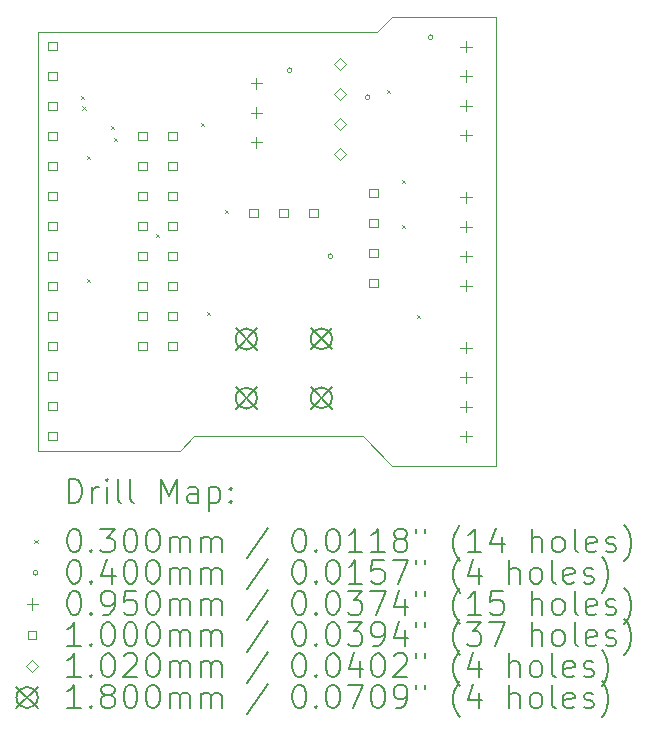
<source format=gbr>
%TF.GenerationSoftware,KiCad,Pcbnew,8.0.1*%
%TF.CreationDate,2024-09-10T20:33:56-04:00*%
%TF.ProjectId,SmartLED_Shield_Breakout,536d6172-744c-4454-945f-536869656c64,1.1*%
%TF.SameCoordinates,Original*%
%TF.FileFunction,Drillmap*%
%TF.FilePolarity,Positive*%
%FSLAX45Y45*%
G04 Gerber Fmt 4.5, Leading zero omitted, Abs format (unit mm)*
G04 Created by KiCad (PCBNEW 8.0.1) date 2024-09-10 20:33:56*
%MOMM*%
%LPD*%
G01*
G04 APERTURE LIST*
%ADD10C,0.025400*%
%ADD11C,0.200000*%
%ADD12C,0.100000*%
%ADD13C,0.102000*%
%ADD14C,0.180000*%
G04 APERTURE END LIST*
D10*
X15250000Y-9075001D02*
X13575000Y-9075000D01*
X15375000Y-12750000D02*
X16249999Y-12750000D01*
X13575000Y-12625000D02*
X13700000Y-12500000D01*
X12375000Y-9075000D02*
X12375000Y-12625000D01*
X15125000Y-12500000D02*
X15375000Y-12750000D01*
X13575000Y-9075000D02*
X12375000Y-9075000D01*
X13700000Y-12500000D02*
X15125000Y-12500000D01*
X16249999Y-12750000D02*
X16250000Y-8950001D01*
X16250000Y-8950001D02*
X15375000Y-8950001D01*
X12375000Y-12625000D02*
X13575000Y-12625000D01*
X15375000Y-8950001D02*
X15250000Y-9075001D01*
D11*
D12*
X12739000Y-9614800D02*
X12769000Y-9644800D01*
X12769000Y-9614800D02*
X12739000Y-9644800D01*
X12751700Y-9703700D02*
X12781700Y-9733700D01*
X12781700Y-9703700D02*
X12751700Y-9733700D01*
X12789800Y-10122800D02*
X12819800Y-10152800D01*
X12819800Y-10122800D02*
X12789800Y-10152800D01*
X12789800Y-11164200D02*
X12819800Y-11194200D01*
X12819800Y-11164200D02*
X12789800Y-11194200D01*
X12993000Y-9868800D02*
X13023000Y-9898800D01*
X13023000Y-9868800D02*
X12993000Y-9898800D01*
X13018400Y-9970400D02*
X13048400Y-10000400D01*
X13048400Y-9970400D02*
X13018400Y-10000400D01*
X13374000Y-10783200D02*
X13404000Y-10813200D01*
X13404000Y-10783200D02*
X13374000Y-10813200D01*
X13755000Y-9843400D02*
X13785000Y-9873400D01*
X13785000Y-9843400D02*
X13755000Y-9873400D01*
X13805800Y-11443600D02*
X13835800Y-11473600D01*
X13835800Y-11443600D02*
X13805800Y-11473600D01*
X13958200Y-10580000D02*
X13988200Y-10610000D01*
X13988200Y-10580000D02*
X13958200Y-10610000D01*
X15329800Y-9564000D02*
X15359800Y-9594000D01*
X15359800Y-9564000D02*
X15329800Y-9594000D01*
X15456800Y-10326000D02*
X15486800Y-10356000D01*
X15486800Y-10326000D02*
X15456800Y-10356000D01*
X15456800Y-10707000D02*
X15486800Y-10737000D01*
X15486800Y-10707000D02*
X15456800Y-10737000D01*
X15583800Y-11469000D02*
X15613800Y-11499000D01*
X15613800Y-11469000D02*
X15583800Y-11499000D01*
X14526600Y-9401200D02*
G75*
G02*
X14486600Y-9401200I-20000J0D01*
G01*
X14486600Y-9401200D02*
G75*
G02*
X14526600Y-9401200I20000J0D01*
G01*
X14871000Y-10975000D02*
G75*
G02*
X14831000Y-10975000I-20000J0D01*
G01*
X14831000Y-10975000D02*
G75*
G02*
X14871000Y-10975000I20000J0D01*
G01*
X15187000Y-9629800D02*
G75*
G02*
X15147000Y-9629800I-20000J0D01*
G01*
X15147000Y-9629800D02*
G75*
G02*
X15187000Y-9629800I20000J0D01*
G01*
X15720400Y-9121800D02*
G75*
G02*
X15680400Y-9121800I-20000J0D01*
G01*
X15680400Y-9121800D02*
G75*
G02*
X15720400Y-9121800I20000J0D01*
G01*
X14225500Y-9463300D02*
X14225500Y-9558300D01*
X14178000Y-9510800D02*
X14273000Y-9510800D01*
X14225500Y-9713300D02*
X14225500Y-9808300D01*
X14178000Y-9760800D02*
X14273000Y-9760800D01*
X14225500Y-9963300D02*
X14225500Y-10058300D01*
X14178000Y-10010800D02*
X14273000Y-10010800D01*
X16000000Y-9152500D02*
X16000000Y-9247500D01*
X15952500Y-9200000D02*
X16047500Y-9200000D01*
X16000000Y-9402500D02*
X16000000Y-9497500D01*
X15952500Y-9450000D02*
X16047500Y-9450000D01*
X16000000Y-9652500D02*
X16000000Y-9747500D01*
X15952500Y-9700000D02*
X16047500Y-9700000D01*
X16000000Y-9902500D02*
X16000000Y-9997500D01*
X15952500Y-9950000D02*
X16047500Y-9950000D01*
X16000000Y-10427500D02*
X16000000Y-10522500D01*
X15952500Y-10475000D02*
X16047500Y-10475000D01*
X16000000Y-10677500D02*
X16000000Y-10772500D01*
X15952500Y-10725000D02*
X16047500Y-10725000D01*
X16000000Y-10927500D02*
X16000000Y-11022500D01*
X15952500Y-10975000D02*
X16047500Y-10975000D01*
X16000000Y-11177500D02*
X16000000Y-11272500D01*
X15952500Y-11225000D02*
X16047500Y-11225000D01*
X16000000Y-11702500D02*
X16000000Y-11797500D01*
X15952500Y-11750000D02*
X16047500Y-11750000D01*
X16000000Y-11952500D02*
X16000000Y-12047500D01*
X15952500Y-12000000D02*
X16047500Y-12000000D01*
X16000000Y-12202500D02*
X16000000Y-12297500D01*
X15952500Y-12250000D02*
X16047500Y-12250000D01*
X16000000Y-12452500D02*
X16000000Y-12547500D01*
X15952500Y-12500000D02*
X16047500Y-12500000D01*
X12535356Y-9233356D02*
X12535356Y-9162644D01*
X12464644Y-9162644D01*
X12464644Y-9233356D01*
X12535356Y-9233356D01*
X12535356Y-9487356D02*
X12535356Y-9416644D01*
X12464644Y-9416644D01*
X12464644Y-9487356D01*
X12535356Y-9487356D01*
X12535356Y-9741356D02*
X12535356Y-9670644D01*
X12464644Y-9670644D01*
X12464644Y-9741356D01*
X12535356Y-9741356D01*
X12535356Y-9995356D02*
X12535356Y-9924644D01*
X12464644Y-9924644D01*
X12464644Y-9995356D01*
X12535356Y-9995356D01*
X12535356Y-10249356D02*
X12535356Y-10178644D01*
X12464644Y-10178644D01*
X12464644Y-10249356D01*
X12535356Y-10249356D01*
X12535356Y-10503356D02*
X12535356Y-10432644D01*
X12464644Y-10432644D01*
X12464644Y-10503356D01*
X12535356Y-10503356D01*
X12535356Y-10757356D02*
X12535356Y-10686644D01*
X12464644Y-10686644D01*
X12464644Y-10757356D01*
X12535356Y-10757356D01*
X12535356Y-11011356D02*
X12535356Y-10940644D01*
X12464644Y-10940644D01*
X12464644Y-11011356D01*
X12535356Y-11011356D01*
X12535356Y-11265356D02*
X12535356Y-11194644D01*
X12464644Y-11194644D01*
X12464644Y-11265356D01*
X12535356Y-11265356D01*
X12535356Y-11519356D02*
X12535356Y-11448644D01*
X12464644Y-11448644D01*
X12464644Y-11519356D01*
X12535356Y-11519356D01*
X12535356Y-11773356D02*
X12535356Y-11702644D01*
X12464644Y-11702644D01*
X12464644Y-11773356D01*
X12535356Y-11773356D01*
X12535356Y-12027356D02*
X12535356Y-11956644D01*
X12464644Y-11956644D01*
X12464644Y-12027356D01*
X12535356Y-12027356D01*
X12535356Y-12281356D02*
X12535356Y-12210644D01*
X12464644Y-12210644D01*
X12464644Y-12281356D01*
X12535356Y-12281356D01*
X12535356Y-12535356D02*
X12535356Y-12464644D01*
X12464644Y-12464644D01*
X12464644Y-12535356D01*
X12535356Y-12535356D01*
X13297356Y-9995356D02*
X13297356Y-9924644D01*
X13226644Y-9924644D01*
X13226644Y-9995356D01*
X13297356Y-9995356D01*
X13297356Y-10249356D02*
X13297356Y-10178644D01*
X13226644Y-10178644D01*
X13226644Y-10249356D01*
X13297356Y-10249356D01*
X13297356Y-10503356D02*
X13297356Y-10432644D01*
X13226644Y-10432644D01*
X13226644Y-10503356D01*
X13297356Y-10503356D01*
X13297356Y-10757356D02*
X13297356Y-10686644D01*
X13226644Y-10686644D01*
X13226644Y-10757356D01*
X13297356Y-10757356D01*
X13297356Y-11011356D02*
X13297356Y-10940644D01*
X13226644Y-10940644D01*
X13226644Y-11011356D01*
X13297356Y-11011356D01*
X13297356Y-11265356D02*
X13297356Y-11194644D01*
X13226644Y-11194644D01*
X13226644Y-11265356D01*
X13297356Y-11265356D01*
X13297356Y-11519356D02*
X13297356Y-11448644D01*
X13226644Y-11448644D01*
X13226644Y-11519356D01*
X13297356Y-11519356D01*
X13297356Y-11773356D02*
X13297356Y-11702644D01*
X13226644Y-11702644D01*
X13226644Y-11773356D01*
X13297356Y-11773356D01*
X13551356Y-9995356D02*
X13551356Y-9924644D01*
X13480644Y-9924644D01*
X13480644Y-9995356D01*
X13551356Y-9995356D01*
X13551356Y-10249356D02*
X13551356Y-10178644D01*
X13480644Y-10178644D01*
X13480644Y-10249356D01*
X13551356Y-10249356D01*
X13551356Y-10503356D02*
X13551356Y-10432644D01*
X13480644Y-10432644D01*
X13480644Y-10503356D01*
X13551356Y-10503356D01*
X13551356Y-10757356D02*
X13551356Y-10686644D01*
X13480644Y-10686644D01*
X13480644Y-10757356D01*
X13551356Y-10757356D01*
X13551356Y-11011356D02*
X13551356Y-10940644D01*
X13480644Y-10940644D01*
X13480644Y-11011356D01*
X13551356Y-11011356D01*
X13551356Y-11265356D02*
X13551356Y-11194644D01*
X13480644Y-11194644D01*
X13480644Y-11265356D01*
X13551356Y-11265356D01*
X13551356Y-11519356D02*
X13551356Y-11448644D01*
X13480644Y-11448644D01*
X13480644Y-11519356D01*
X13551356Y-11519356D01*
X13551356Y-11773356D02*
X13551356Y-11702644D01*
X13480644Y-11702644D01*
X13480644Y-11773356D01*
X13551356Y-11773356D01*
X14235656Y-10644956D02*
X14235656Y-10574244D01*
X14164944Y-10574244D01*
X14164944Y-10644956D01*
X14235656Y-10644956D01*
X14489656Y-10644956D02*
X14489656Y-10574244D01*
X14418944Y-10574244D01*
X14418944Y-10644956D01*
X14489656Y-10644956D01*
X14743656Y-10644956D02*
X14743656Y-10574244D01*
X14672944Y-10574244D01*
X14672944Y-10644956D01*
X14743656Y-10644956D01*
X15253156Y-10477956D02*
X15253156Y-10407244D01*
X15182444Y-10407244D01*
X15182444Y-10477956D01*
X15253156Y-10477956D01*
X15253156Y-10731956D02*
X15253156Y-10661244D01*
X15182444Y-10661244D01*
X15182444Y-10731956D01*
X15253156Y-10731956D01*
X15253156Y-10985956D02*
X15253156Y-10915244D01*
X15182444Y-10915244D01*
X15182444Y-10985956D01*
X15253156Y-10985956D01*
X15253156Y-11239956D02*
X15253156Y-11169244D01*
X15182444Y-11169244D01*
X15182444Y-11239956D01*
X15253156Y-11239956D01*
D13*
X14933800Y-9401400D02*
X14984800Y-9350400D01*
X14933800Y-9299400D01*
X14882800Y-9350400D01*
X14933800Y-9401400D01*
X14933800Y-9655400D02*
X14984800Y-9604400D01*
X14933800Y-9553400D01*
X14882800Y-9604400D01*
X14933800Y-9655400D01*
X14933800Y-9909400D02*
X14984800Y-9858400D01*
X14933800Y-9807400D01*
X14882800Y-9858400D01*
X14933800Y-9909400D01*
X14933800Y-10163400D02*
X14984800Y-10112400D01*
X14933800Y-10061400D01*
X14882800Y-10112400D01*
X14933800Y-10163400D01*
D14*
X14049800Y-11586600D02*
X14229800Y-11766600D01*
X14229800Y-11586600D02*
X14049800Y-11766600D01*
X14229800Y-11676600D02*
G75*
G02*
X14049800Y-11676600I-90000J0D01*
G01*
X14049800Y-11676600D02*
G75*
G02*
X14229800Y-11676600I90000J0D01*
G01*
X14049800Y-12086600D02*
X14229800Y-12266600D01*
X14229800Y-12086600D02*
X14049800Y-12266600D01*
X14229800Y-12176600D02*
G75*
G02*
X14049800Y-12176600I-90000J0D01*
G01*
X14049800Y-12176600D02*
G75*
G02*
X14229800Y-12176600I90000J0D01*
G01*
X14685000Y-11585000D02*
X14865000Y-11765000D01*
X14865000Y-11585000D02*
X14685000Y-11765000D01*
X14865000Y-11675000D02*
G75*
G02*
X14685000Y-11675000I-90000J0D01*
G01*
X14685000Y-11675000D02*
G75*
G02*
X14865000Y-11675000I90000J0D01*
G01*
X14685000Y-12085000D02*
X14865000Y-12265000D01*
X14865000Y-12085000D02*
X14685000Y-12265000D01*
X14865000Y-12175000D02*
G75*
G02*
X14685000Y-12175000I-90000J0D01*
G01*
X14685000Y-12175000D02*
G75*
G02*
X14865000Y-12175000I90000J0D01*
G01*
D11*
X12634507Y-13062754D02*
X12634507Y-12862754D01*
X12634507Y-12862754D02*
X12682126Y-12862754D01*
X12682126Y-12862754D02*
X12710697Y-12872278D01*
X12710697Y-12872278D02*
X12729745Y-12891325D01*
X12729745Y-12891325D02*
X12739269Y-12910373D01*
X12739269Y-12910373D02*
X12748792Y-12948468D01*
X12748792Y-12948468D02*
X12748792Y-12977039D01*
X12748792Y-12977039D02*
X12739269Y-13015135D01*
X12739269Y-13015135D02*
X12729745Y-13034182D01*
X12729745Y-13034182D02*
X12710697Y-13053230D01*
X12710697Y-13053230D02*
X12682126Y-13062754D01*
X12682126Y-13062754D02*
X12634507Y-13062754D01*
X12834507Y-13062754D02*
X12834507Y-12929420D01*
X12834507Y-12967516D02*
X12844031Y-12948468D01*
X12844031Y-12948468D02*
X12853554Y-12938944D01*
X12853554Y-12938944D02*
X12872602Y-12929420D01*
X12872602Y-12929420D02*
X12891650Y-12929420D01*
X12958316Y-13062754D02*
X12958316Y-12929420D01*
X12958316Y-12862754D02*
X12948792Y-12872278D01*
X12948792Y-12872278D02*
X12958316Y-12881801D01*
X12958316Y-12881801D02*
X12967840Y-12872278D01*
X12967840Y-12872278D02*
X12958316Y-12862754D01*
X12958316Y-12862754D02*
X12958316Y-12881801D01*
X13082126Y-13062754D02*
X13063078Y-13053230D01*
X13063078Y-13053230D02*
X13053554Y-13034182D01*
X13053554Y-13034182D02*
X13053554Y-12862754D01*
X13186888Y-13062754D02*
X13167840Y-13053230D01*
X13167840Y-13053230D02*
X13158316Y-13034182D01*
X13158316Y-13034182D02*
X13158316Y-12862754D01*
X13415459Y-13062754D02*
X13415459Y-12862754D01*
X13415459Y-12862754D02*
X13482126Y-13005611D01*
X13482126Y-13005611D02*
X13548792Y-12862754D01*
X13548792Y-12862754D02*
X13548792Y-13062754D01*
X13729745Y-13062754D02*
X13729745Y-12957992D01*
X13729745Y-12957992D02*
X13720221Y-12938944D01*
X13720221Y-12938944D02*
X13701173Y-12929420D01*
X13701173Y-12929420D02*
X13663078Y-12929420D01*
X13663078Y-12929420D02*
X13644031Y-12938944D01*
X13729745Y-13053230D02*
X13710697Y-13062754D01*
X13710697Y-13062754D02*
X13663078Y-13062754D01*
X13663078Y-13062754D02*
X13644031Y-13053230D01*
X13644031Y-13053230D02*
X13634507Y-13034182D01*
X13634507Y-13034182D02*
X13634507Y-13015135D01*
X13634507Y-13015135D02*
X13644031Y-12996087D01*
X13644031Y-12996087D02*
X13663078Y-12986563D01*
X13663078Y-12986563D02*
X13710697Y-12986563D01*
X13710697Y-12986563D02*
X13729745Y-12977039D01*
X13824983Y-12929420D02*
X13824983Y-13129420D01*
X13824983Y-12938944D02*
X13844031Y-12929420D01*
X13844031Y-12929420D02*
X13882126Y-12929420D01*
X13882126Y-12929420D02*
X13901173Y-12938944D01*
X13901173Y-12938944D02*
X13910697Y-12948468D01*
X13910697Y-12948468D02*
X13920221Y-12967516D01*
X13920221Y-12967516D02*
X13920221Y-13024658D01*
X13920221Y-13024658D02*
X13910697Y-13043706D01*
X13910697Y-13043706D02*
X13901173Y-13053230D01*
X13901173Y-13053230D02*
X13882126Y-13062754D01*
X13882126Y-13062754D02*
X13844031Y-13062754D01*
X13844031Y-13062754D02*
X13824983Y-13053230D01*
X14005935Y-13043706D02*
X14015459Y-13053230D01*
X14015459Y-13053230D02*
X14005935Y-13062754D01*
X14005935Y-13062754D02*
X13996412Y-13053230D01*
X13996412Y-13053230D02*
X14005935Y-13043706D01*
X14005935Y-13043706D02*
X14005935Y-13062754D01*
X14005935Y-12938944D02*
X14015459Y-12948468D01*
X14015459Y-12948468D02*
X14005935Y-12957992D01*
X14005935Y-12957992D02*
X13996412Y-12948468D01*
X13996412Y-12948468D02*
X14005935Y-12938944D01*
X14005935Y-12938944D02*
X14005935Y-12957992D01*
D12*
X12343730Y-13376270D02*
X12373730Y-13406270D01*
X12373730Y-13376270D02*
X12343730Y-13406270D01*
D11*
X12672602Y-13282754D02*
X12691650Y-13282754D01*
X12691650Y-13282754D02*
X12710697Y-13292278D01*
X12710697Y-13292278D02*
X12720221Y-13301801D01*
X12720221Y-13301801D02*
X12729745Y-13320849D01*
X12729745Y-13320849D02*
X12739269Y-13358944D01*
X12739269Y-13358944D02*
X12739269Y-13406563D01*
X12739269Y-13406563D02*
X12729745Y-13444658D01*
X12729745Y-13444658D02*
X12720221Y-13463706D01*
X12720221Y-13463706D02*
X12710697Y-13473230D01*
X12710697Y-13473230D02*
X12691650Y-13482754D01*
X12691650Y-13482754D02*
X12672602Y-13482754D01*
X12672602Y-13482754D02*
X12653554Y-13473230D01*
X12653554Y-13473230D02*
X12644031Y-13463706D01*
X12644031Y-13463706D02*
X12634507Y-13444658D01*
X12634507Y-13444658D02*
X12624983Y-13406563D01*
X12624983Y-13406563D02*
X12624983Y-13358944D01*
X12624983Y-13358944D02*
X12634507Y-13320849D01*
X12634507Y-13320849D02*
X12644031Y-13301801D01*
X12644031Y-13301801D02*
X12653554Y-13292278D01*
X12653554Y-13292278D02*
X12672602Y-13282754D01*
X12824983Y-13463706D02*
X12834507Y-13473230D01*
X12834507Y-13473230D02*
X12824983Y-13482754D01*
X12824983Y-13482754D02*
X12815459Y-13473230D01*
X12815459Y-13473230D02*
X12824983Y-13463706D01*
X12824983Y-13463706D02*
X12824983Y-13482754D01*
X12901173Y-13282754D02*
X13024983Y-13282754D01*
X13024983Y-13282754D02*
X12958316Y-13358944D01*
X12958316Y-13358944D02*
X12986888Y-13358944D01*
X12986888Y-13358944D02*
X13005935Y-13368468D01*
X13005935Y-13368468D02*
X13015459Y-13377992D01*
X13015459Y-13377992D02*
X13024983Y-13397039D01*
X13024983Y-13397039D02*
X13024983Y-13444658D01*
X13024983Y-13444658D02*
X13015459Y-13463706D01*
X13015459Y-13463706D02*
X13005935Y-13473230D01*
X13005935Y-13473230D02*
X12986888Y-13482754D01*
X12986888Y-13482754D02*
X12929745Y-13482754D01*
X12929745Y-13482754D02*
X12910697Y-13473230D01*
X12910697Y-13473230D02*
X12901173Y-13463706D01*
X13148792Y-13282754D02*
X13167840Y-13282754D01*
X13167840Y-13282754D02*
X13186888Y-13292278D01*
X13186888Y-13292278D02*
X13196412Y-13301801D01*
X13196412Y-13301801D02*
X13205935Y-13320849D01*
X13205935Y-13320849D02*
X13215459Y-13358944D01*
X13215459Y-13358944D02*
X13215459Y-13406563D01*
X13215459Y-13406563D02*
X13205935Y-13444658D01*
X13205935Y-13444658D02*
X13196412Y-13463706D01*
X13196412Y-13463706D02*
X13186888Y-13473230D01*
X13186888Y-13473230D02*
X13167840Y-13482754D01*
X13167840Y-13482754D02*
X13148792Y-13482754D01*
X13148792Y-13482754D02*
X13129745Y-13473230D01*
X13129745Y-13473230D02*
X13120221Y-13463706D01*
X13120221Y-13463706D02*
X13110697Y-13444658D01*
X13110697Y-13444658D02*
X13101173Y-13406563D01*
X13101173Y-13406563D02*
X13101173Y-13358944D01*
X13101173Y-13358944D02*
X13110697Y-13320849D01*
X13110697Y-13320849D02*
X13120221Y-13301801D01*
X13120221Y-13301801D02*
X13129745Y-13292278D01*
X13129745Y-13292278D02*
X13148792Y-13282754D01*
X13339269Y-13282754D02*
X13358316Y-13282754D01*
X13358316Y-13282754D02*
X13377364Y-13292278D01*
X13377364Y-13292278D02*
X13386888Y-13301801D01*
X13386888Y-13301801D02*
X13396412Y-13320849D01*
X13396412Y-13320849D02*
X13405935Y-13358944D01*
X13405935Y-13358944D02*
X13405935Y-13406563D01*
X13405935Y-13406563D02*
X13396412Y-13444658D01*
X13396412Y-13444658D02*
X13386888Y-13463706D01*
X13386888Y-13463706D02*
X13377364Y-13473230D01*
X13377364Y-13473230D02*
X13358316Y-13482754D01*
X13358316Y-13482754D02*
X13339269Y-13482754D01*
X13339269Y-13482754D02*
X13320221Y-13473230D01*
X13320221Y-13473230D02*
X13310697Y-13463706D01*
X13310697Y-13463706D02*
X13301173Y-13444658D01*
X13301173Y-13444658D02*
X13291650Y-13406563D01*
X13291650Y-13406563D02*
X13291650Y-13358944D01*
X13291650Y-13358944D02*
X13301173Y-13320849D01*
X13301173Y-13320849D02*
X13310697Y-13301801D01*
X13310697Y-13301801D02*
X13320221Y-13292278D01*
X13320221Y-13292278D02*
X13339269Y-13282754D01*
X13491650Y-13482754D02*
X13491650Y-13349420D01*
X13491650Y-13368468D02*
X13501173Y-13358944D01*
X13501173Y-13358944D02*
X13520221Y-13349420D01*
X13520221Y-13349420D02*
X13548793Y-13349420D01*
X13548793Y-13349420D02*
X13567840Y-13358944D01*
X13567840Y-13358944D02*
X13577364Y-13377992D01*
X13577364Y-13377992D02*
X13577364Y-13482754D01*
X13577364Y-13377992D02*
X13586888Y-13358944D01*
X13586888Y-13358944D02*
X13605935Y-13349420D01*
X13605935Y-13349420D02*
X13634507Y-13349420D01*
X13634507Y-13349420D02*
X13653554Y-13358944D01*
X13653554Y-13358944D02*
X13663078Y-13377992D01*
X13663078Y-13377992D02*
X13663078Y-13482754D01*
X13758316Y-13482754D02*
X13758316Y-13349420D01*
X13758316Y-13368468D02*
X13767840Y-13358944D01*
X13767840Y-13358944D02*
X13786888Y-13349420D01*
X13786888Y-13349420D02*
X13815459Y-13349420D01*
X13815459Y-13349420D02*
X13834507Y-13358944D01*
X13834507Y-13358944D02*
X13844031Y-13377992D01*
X13844031Y-13377992D02*
X13844031Y-13482754D01*
X13844031Y-13377992D02*
X13853554Y-13358944D01*
X13853554Y-13358944D02*
X13872602Y-13349420D01*
X13872602Y-13349420D02*
X13901173Y-13349420D01*
X13901173Y-13349420D02*
X13920221Y-13358944D01*
X13920221Y-13358944D02*
X13929745Y-13377992D01*
X13929745Y-13377992D02*
X13929745Y-13482754D01*
X14320221Y-13273230D02*
X14148793Y-13530373D01*
X14577364Y-13282754D02*
X14596412Y-13282754D01*
X14596412Y-13282754D02*
X14615459Y-13292278D01*
X14615459Y-13292278D02*
X14624983Y-13301801D01*
X14624983Y-13301801D02*
X14634507Y-13320849D01*
X14634507Y-13320849D02*
X14644031Y-13358944D01*
X14644031Y-13358944D02*
X14644031Y-13406563D01*
X14644031Y-13406563D02*
X14634507Y-13444658D01*
X14634507Y-13444658D02*
X14624983Y-13463706D01*
X14624983Y-13463706D02*
X14615459Y-13473230D01*
X14615459Y-13473230D02*
X14596412Y-13482754D01*
X14596412Y-13482754D02*
X14577364Y-13482754D01*
X14577364Y-13482754D02*
X14558316Y-13473230D01*
X14558316Y-13473230D02*
X14548793Y-13463706D01*
X14548793Y-13463706D02*
X14539269Y-13444658D01*
X14539269Y-13444658D02*
X14529745Y-13406563D01*
X14529745Y-13406563D02*
X14529745Y-13358944D01*
X14529745Y-13358944D02*
X14539269Y-13320849D01*
X14539269Y-13320849D02*
X14548793Y-13301801D01*
X14548793Y-13301801D02*
X14558316Y-13292278D01*
X14558316Y-13292278D02*
X14577364Y-13282754D01*
X14729745Y-13463706D02*
X14739269Y-13473230D01*
X14739269Y-13473230D02*
X14729745Y-13482754D01*
X14729745Y-13482754D02*
X14720221Y-13473230D01*
X14720221Y-13473230D02*
X14729745Y-13463706D01*
X14729745Y-13463706D02*
X14729745Y-13482754D01*
X14863078Y-13282754D02*
X14882126Y-13282754D01*
X14882126Y-13282754D02*
X14901174Y-13292278D01*
X14901174Y-13292278D02*
X14910697Y-13301801D01*
X14910697Y-13301801D02*
X14920221Y-13320849D01*
X14920221Y-13320849D02*
X14929745Y-13358944D01*
X14929745Y-13358944D02*
X14929745Y-13406563D01*
X14929745Y-13406563D02*
X14920221Y-13444658D01*
X14920221Y-13444658D02*
X14910697Y-13463706D01*
X14910697Y-13463706D02*
X14901174Y-13473230D01*
X14901174Y-13473230D02*
X14882126Y-13482754D01*
X14882126Y-13482754D02*
X14863078Y-13482754D01*
X14863078Y-13482754D02*
X14844031Y-13473230D01*
X14844031Y-13473230D02*
X14834507Y-13463706D01*
X14834507Y-13463706D02*
X14824983Y-13444658D01*
X14824983Y-13444658D02*
X14815459Y-13406563D01*
X14815459Y-13406563D02*
X14815459Y-13358944D01*
X14815459Y-13358944D02*
X14824983Y-13320849D01*
X14824983Y-13320849D02*
X14834507Y-13301801D01*
X14834507Y-13301801D02*
X14844031Y-13292278D01*
X14844031Y-13292278D02*
X14863078Y-13282754D01*
X15120221Y-13482754D02*
X15005936Y-13482754D01*
X15063078Y-13482754D02*
X15063078Y-13282754D01*
X15063078Y-13282754D02*
X15044031Y-13311325D01*
X15044031Y-13311325D02*
X15024983Y-13330373D01*
X15024983Y-13330373D02*
X15005936Y-13339897D01*
X15310697Y-13482754D02*
X15196412Y-13482754D01*
X15253555Y-13482754D02*
X15253555Y-13282754D01*
X15253555Y-13282754D02*
X15234507Y-13311325D01*
X15234507Y-13311325D02*
X15215459Y-13330373D01*
X15215459Y-13330373D02*
X15196412Y-13339897D01*
X15424983Y-13368468D02*
X15405936Y-13358944D01*
X15405936Y-13358944D02*
X15396412Y-13349420D01*
X15396412Y-13349420D02*
X15386888Y-13330373D01*
X15386888Y-13330373D02*
X15386888Y-13320849D01*
X15386888Y-13320849D02*
X15396412Y-13301801D01*
X15396412Y-13301801D02*
X15405936Y-13292278D01*
X15405936Y-13292278D02*
X15424983Y-13282754D01*
X15424983Y-13282754D02*
X15463078Y-13282754D01*
X15463078Y-13282754D02*
X15482126Y-13292278D01*
X15482126Y-13292278D02*
X15491650Y-13301801D01*
X15491650Y-13301801D02*
X15501174Y-13320849D01*
X15501174Y-13320849D02*
X15501174Y-13330373D01*
X15501174Y-13330373D02*
X15491650Y-13349420D01*
X15491650Y-13349420D02*
X15482126Y-13358944D01*
X15482126Y-13358944D02*
X15463078Y-13368468D01*
X15463078Y-13368468D02*
X15424983Y-13368468D01*
X15424983Y-13368468D02*
X15405936Y-13377992D01*
X15405936Y-13377992D02*
X15396412Y-13387516D01*
X15396412Y-13387516D02*
X15386888Y-13406563D01*
X15386888Y-13406563D02*
X15386888Y-13444658D01*
X15386888Y-13444658D02*
X15396412Y-13463706D01*
X15396412Y-13463706D02*
X15405936Y-13473230D01*
X15405936Y-13473230D02*
X15424983Y-13482754D01*
X15424983Y-13482754D02*
X15463078Y-13482754D01*
X15463078Y-13482754D02*
X15482126Y-13473230D01*
X15482126Y-13473230D02*
X15491650Y-13463706D01*
X15491650Y-13463706D02*
X15501174Y-13444658D01*
X15501174Y-13444658D02*
X15501174Y-13406563D01*
X15501174Y-13406563D02*
X15491650Y-13387516D01*
X15491650Y-13387516D02*
X15482126Y-13377992D01*
X15482126Y-13377992D02*
X15463078Y-13368468D01*
X15577364Y-13282754D02*
X15577364Y-13320849D01*
X15653555Y-13282754D02*
X15653555Y-13320849D01*
X15948793Y-13558944D02*
X15939269Y-13549420D01*
X15939269Y-13549420D02*
X15920221Y-13520849D01*
X15920221Y-13520849D02*
X15910698Y-13501801D01*
X15910698Y-13501801D02*
X15901174Y-13473230D01*
X15901174Y-13473230D02*
X15891650Y-13425611D01*
X15891650Y-13425611D02*
X15891650Y-13387516D01*
X15891650Y-13387516D02*
X15901174Y-13339897D01*
X15901174Y-13339897D02*
X15910698Y-13311325D01*
X15910698Y-13311325D02*
X15920221Y-13292278D01*
X15920221Y-13292278D02*
X15939269Y-13263706D01*
X15939269Y-13263706D02*
X15948793Y-13254182D01*
X16129745Y-13482754D02*
X16015459Y-13482754D01*
X16072602Y-13482754D02*
X16072602Y-13282754D01*
X16072602Y-13282754D02*
X16053555Y-13311325D01*
X16053555Y-13311325D02*
X16034507Y-13330373D01*
X16034507Y-13330373D02*
X16015459Y-13339897D01*
X16301174Y-13349420D02*
X16301174Y-13482754D01*
X16253555Y-13273230D02*
X16205936Y-13416087D01*
X16205936Y-13416087D02*
X16329745Y-13416087D01*
X16558317Y-13482754D02*
X16558317Y-13282754D01*
X16644031Y-13482754D02*
X16644031Y-13377992D01*
X16644031Y-13377992D02*
X16634507Y-13358944D01*
X16634507Y-13358944D02*
X16615460Y-13349420D01*
X16615460Y-13349420D02*
X16586888Y-13349420D01*
X16586888Y-13349420D02*
X16567840Y-13358944D01*
X16567840Y-13358944D02*
X16558317Y-13368468D01*
X16767840Y-13482754D02*
X16748793Y-13473230D01*
X16748793Y-13473230D02*
X16739269Y-13463706D01*
X16739269Y-13463706D02*
X16729745Y-13444658D01*
X16729745Y-13444658D02*
X16729745Y-13387516D01*
X16729745Y-13387516D02*
X16739269Y-13368468D01*
X16739269Y-13368468D02*
X16748793Y-13358944D01*
X16748793Y-13358944D02*
X16767840Y-13349420D01*
X16767840Y-13349420D02*
X16796412Y-13349420D01*
X16796412Y-13349420D02*
X16815460Y-13358944D01*
X16815460Y-13358944D02*
X16824983Y-13368468D01*
X16824983Y-13368468D02*
X16834507Y-13387516D01*
X16834507Y-13387516D02*
X16834507Y-13444658D01*
X16834507Y-13444658D02*
X16824983Y-13463706D01*
X16824983Y-13463706D02*
X16815460Y-13473230D01*
X16815460Y-13473230D02*
X16796412Y-13482754D01*
X16796412Y-13482754D02*
X16767840Y-13482754D01*
X16948793Y-13482754D02*
X16929745Y-13473230D01*
X16929745Y-13473230D02*
X16920222Y-13454182D01*
X16920222Y-13454182D02*
X16920222Y-13282754D01*
X17101174Y-13473230D02*
X17082126Y-13482754D01*
X17082126Y-13482754D02*
X17044031Y-13482754D01*
X17044031Y-13482754D02*
X17024983Y-13473230D01*
X17024983Y-13473230D02*
X17015460Y-13454182D01*
X17015460Y-13454182D02*
X17015460Y-13377992D01*
X17015460Y-13377992D02*
X17024983Y-13358944D01*
X17024983Y-13358944D02*
X17044031Y-13349420D01*
X17044031Y-13349420D02*
X17082126Y-13349420D01*
X17082126Y-13349420D02*
X17101174Y-13358944D01*
X17101174Y-13358944D02*
X17110698Y-13377992D01*
X17110698Y-13377992D02*
X17110698Y-13397039D01*
X17110698Y-13397039D02*
X17015460Y-13416087D01*
X17186888Y-13473230D02*
X17205936Y-13482754D01*
X17205936Y-13482754D02*
X17244031Y-13482754D01*
X17244031Y-13482754D02*
X17263079Y-13473230D01*
X17263079Y-13473230D02*
X17272603Y-13454182D01*
X17272603Y-13454182D02*
X17272603Y-13444658D01*
X17272603Y-13444658D02*
X17263079Y-13425611D01*
X17263079Y-13425611D02*
X17244031Y-13416087D01*
X17244031Y-13416087D02*
X17215460Y-13416087D01*
X17215460Y-13416087D02*
X17196412Y-13406563D01*
X17196412Y-13406563D02*
X17186888Y-13387516D01*
X17186888Y-13387516D02*
X17186888Y-13377992D01*
X17186888Y-13377992D02*
X17196412Y-13358944D01*
X17196412Y-13358944D02*
X17215460Y-13349420D01*
X17215460Y-13349420D02*
X17244031Y-13349420D01*
X17244031Y-13349420D02*
X17263079Y-13358944D01*
X17339269Y-13558944D02*
X17348793Y-13549420D01*
X17348793Y-13549420D02*
X17367841Y-13520849D01*
X17367841Y-13520849D02*
X17377364Y-13501801D01*
X17377364Y-13501801D02*
X17386888Y-13473230D01*
X17386888Y-13473230D02*
X17396412Y-13425611D01*
X17396412Y-13425611D02*
X17396412Y-13387516D01*
X17396412Y-13387516D02*
X17386888Y-13339897D01*
X17386888Y-13339897D02*
X17377364Y-13311325D01*
X17377364Y-13311325D02*
X17367841Y-13292278D01*
X17367841Y-13292278D02*
X17348793Y-13263706D01*
X17348793Y-13263706D02*
X17339269Y-13254182D01*
D12*
X12373730Y-13655270D02*
G75*
G02*
X12333730Y-13655270I-20000J0D01*
G01*
X12333730Y-13655270D02*
G75*
G02*
X12373730Y-13655270I20000J0D01*
G01*
D11*
X12672602Y-13546754D02*
X12691650Y-13546754D01*
X12691650Y-13546754D02*
X12710697Y-13556278D01*
X12710697Y-13556278D02*
X12720221Y-13565801D01*
X12720221Y-13565801D02*
X12729745Y-13584849D01*
X12729745Y-13584849D02*
X12739269Y-13622944D01*
X12739269Y-13622944D02*
X12739269Y-13670563D01*
X12739269Y-13670563D02*
X12729745Y-13708658D01*
X12729745Y-13708658D02*
X12720221Y-13727706D01*
X12720221Y-13727706D02*
X12710697Y-13737230D01*
X12710697Y-13737230D02*
X12691650Y-13746754D01*
X12691650Y-13746754D02*
X12672602Y-13746754D01*
X12672602Y-13746754D02*
X12653554Y-13737230D01*
X12653554Y-13737230D02*
X12644031Y-13727706D01*
X12644031Y-13727706D02*
X12634507Y-13708658D01*
X12634507Y-13708658D02*
X12624983Y-13670563D01*
X12624983Y-13670563D02*
X12624983Y-13622944D01*
X12624983Y-13622944D02*
X12634507Y-13584849D01*
X12634507Y-13584849D02*
X12644031Y-13565801D01*
X12644031Y-13565801D02*
X12653554Y-13556278D01*
X12653554Y-13556278D02*
X12672602Y-13546754D01*
X12824983Y-13727706D02*
X12834507Y-13737230D01*
X12834507Y-13737230D02*
X12824983Y-13746754D01*
X12824983Y-13746754D02*
X12815459Y-13737230D01*
X12815459Y-13737230D02*
X12824983Y-13727706D01*
X12824983Y-13727706D02*
X12824983Y-13746754D01*
X13005935Y-13613420D02*
X13005935Y-13746754D01*
X12958316Y-13537230D02*
X12910697Y-13680087D01*
X12910697Y-13680087D02*
X13034507Y-13680087D01*
X13148792Y-13546754D02*
X13167840Y-13546754D01*
X13167840Y-13546754D02*
X13186888Y-13556278D01*
X13186888Y-13556278D02*
X13196412Y-13565801D01*
X13196412Y-13565801D02*
X13205935Y-13584849D01*
X13205935Y-13584849D02*
X13215459Y-13622944D01*
X13215459Y-13622944D02*
X13215459Y-13670563D01*
X13215459Y-13670563D02*
X13205935Y-13708658D01*
X13205935Y-13708658D02*
X13196412Y-13727706D01*
X13196412Y-13727706D02*
X13186888Y-13737230D01*
X13186888Y-13737230D02*
X13167840Y-13746754D01*
X13167840Y-13746754D02*
X13148792Y-13746754D01*
X13148792Y-13746754D02*
X13129745Y-13737230D01*
X13129745Y-13737230D02*
X13120221Y-13727706D01*
X13120221Y-13727706D02*
X13110697Y-13708658D01*
X13110697Y-13708658D02*
X13101173Y-13670563D01*
X13101173Y-13670563D02*
X13101173Y-13622944D01*
X13101173Y-13622944D02*
X13110697Y-13584849D01*
X13110697Y-13584849D02*
X13120221Y-13565801D01*
X13120221Y-13565801D02*
X13129745Y-13556278D01*
X13129745Y-13556278D02*
X13148792Y-13546754D01*
X13339269Y-13546754D02*
X13358316Y-13546754D01*
X13358316Y-13546754D02*
X13377364Y-13556278D01*
X13377364Y-13556278D02*
X13386888Y-13565801D01*
X13386888Y-13565801D02*
X13396412Y-13584849D01*
X13396412Y-13584849D02*
X13405935Y-13622944D01*
X13405935Y-13622944D02*
X13405935Y-13670563D01*
X13405935Y-13670563D02*
X13396412Y-13708658D01*
X13396412Y-13708658D02*
X13386888Y-13727706D01*
X13386888Y-13727706D02*
X13377364Y-13737230D01*
X13377364Y-13737230D02*
X13358316Y-13746754D01*
X13358316Y-13746754D02*
X13339269Y-13746754D01*
X13339269Y-13746754D02*
X13320221Y-13737230D01*
X13320221Y-13737230D02*
X13310697Y-13727706D01*
X13310697Y-13727706D02*
X13301173Y-13708658D01*
X13301173Y-13708658D02*
X13291650Y-13670563D01*
X13291650Y-13670563D02*
X13291650Y-13622944D01*
X13291650Y-13622944D02*
X13301173Y-13584849D01*
X13301173Y-13584849D02*
X13310697Y-13565801D01*
X13310697Y-13565801D02*
X13320221Y-13556278D01*
X13320221Y-13556278D02*
X13339269Y-13546754D01*
X13491650Y-13746754D02*
X13491650Y-13613420D01*
X13491650Y-13632468D02*
X13501173Y-13622944D01*
X13501173Y-13622944D02*
X13520221Y-13613420D01*
X13520221Y-13613420D02*
X13548793Y-13613420D01*
X13548793Y-13613420D02*
X13567840Y-13622944D01*
X13567840Y-13622944D02*
X13577364Y-13641992D01*
X13577364Y-13641992D02*
X13577364Y-13746754D01*
X13577364Y-13641992D02*
X13586888Y-13622944D01*
X13586888Y-13622944D02*
X13605935Y-13613420D01*
X13605935Y-13613420D02*
X13634507Y-13613420D01*
X13634507Y-13613420D02*
X13653554Y-13622944D01*
X13653554Y-13622944D02*
X13663078Y-13641992D01*
X13663078Y-13641992D02*
X13663078Y-13746754D01*
X13758316Y-13746754D02*
X13758316Y-13613420D01*
X13758316Y-13632468D02*
X13767840Y-13622944D01*
X13767840Y-13622944D02*
X13786888Y-13613420D01*
X13786888Y-13613420D02*
X13815459Y-13613420D01*
X13815459Y-13613420D02*
X13834507Y-13622944D01*
X13834507Y-13622944D02*
X13844031Y-13641992D01*
X13844031Y-13641992D02*
X13844031Y-13746754D01*
X13844031Y-13641992D02*
X13853554Y-13622944D01*
X13853554Y-13622944D02*
X13872602Y-13613420D01*
X13872602Y-13613420D02*
X13901173Y-13613420D01*
X13901173Y-13613420D02*
X13920221Y-13622944D01*
X13920221Y-13622944D02*
X13929745Y-13641992D01*
X13929745Y-13641992D02*
X13929745Y-13746754D01*
X14320221Y-13537230D02*
X14148793Y-13794373D01*
X14577364Y-13546754D02*
X14596412Y-13546754D01*
X14596412Y-13546754D02*
X14615459Y-13556278D01*
X14615459Y-13556278D02*
X14624983Y-13565801D01*
X14624983Y-13565801D02*
X14634507Y-13584849D01*
X14634507Y-13584849D02*
X14644031Y-13622944D01*
X14644031Y-13622944D02*
X14644031Y-13670563D01*
X14644031Y-13670563D02*
X14634507Y-13708658D01*
X14634507Y-13708658D02*
X14624983Y-13727706D01*
X14624983Y-13727706D02*
X14615459Y-13737230D01*
X14615459Y-13737230D02*
X14596412Y-13746754D01*
X14596412Y-13746754D02*
X14577364Y-13746754D01*
X14577364Y-13746754D02*
X14558316Y-13737230D01*
X14558316Y-13737230D02*
X14548793Y-13727706D01*
X14548793Y-13727706D02*
X14539269Y-13708658D01*
X14539269Y-13708658D02*
X14529745Y-13670563D01*
X14529745Y-13670563D02*
X14529745Y-13622944D01*
X14529745Y-13622944D02*
X14539269Y-13584849D01*
X14539269Y-13584849D02*
X14548793Y-13565801D01*
X14548793Y-13565801D02*
X14558316Y-13556278D01*
X14558316Y-13556278D02*
X14577364Y-13546754D01*
X14729745Y-13727706D02*
X14739269Y-13737230D01*
X14739269Y-13737230D02*
X14729745Y-13746754D01*
X14729745Y-13746754D02*
X14720221Y-13737230D01*
X14720221Y-13737230D02*
X14729745Y-13727706D01*
X14729745Y-13727706D02*
X14729745Y-13746754D01*
X14863078Y-13546754D02*
X14882126Y-13546754D01*
X14882126Y-13546754D02*
X14901174Y-13556278D01*
X14901174Y-13556278D02*
X14910697Y-13565801D01*
X14910697Y-13565801D02*
X14920221Y-13584849D01*
X14920221Y-13584849D02*
X14929745Y-13622944D01*
X14929745Y-13622944D02*
X14929745Y-13670563D01*
X14929745Y-13670563D02*
X14920221Y-13708658D01*
X14920221Y-13708658D02*
X14910697Y-13727706D01*
X14910697Y-13727706D02*
X14901174Y-13737230D01*
X14901174Y-13737230D02*
X14882126Y-13746754D01*
X14882126Y-13746754D02*
X14863078Y-13746754D01*
X14863078Y-13746754D02*
X14844031Y-13737230D01*
X14844031Y-13737230D02*
X14834507Y-13727706D01*
X14834507Y-13727706D02*
X14824983Y-13708658D01*
X14824983Y-13708658D02*
X14815459Y-13670563D01*
X14815459Y-13670563D02*
X14815459Y-13622944D01*
X14815459Y-13622944D02*
X14824983Y-13584849D01*
X14824983Y-13584849D02*
X14834507Y-13565801D01*
X14834507Y-13565801D02*
X14844031Y-13556278D01*
X14844031Y-13556278D02*
X14863078Y-13546754D01*
X15120221Y-13746754D02*
X15005936Y-13746754D01*
X15063078Y-13746754D02*
X15063078Y-13546754D01*
X15063078Y-13546754D02*
X15044031Y-13575325D01*
X15044031Y-13575325D02*
X15024983Y-13594373D01*
X15024983Y-13594373D02*
X15005936Y-13603897D01*
X15301174Y-13546754D02*
X15205936Y-13546754D01*
X15205936Y-13546754D02*
X15196412Y-13641992D01*
X15196412Y-13641992D02*
X15205936Y-13632468D01*
X15205936Y-13632468D02*
X15224983Y-13622944D01*
X15224983Y-13622944D02*
X15272602Y-13622944D01*
X15272602Y-13622944D02*
X15291650Y-13632468D01*
X15291650Y-13632468D02*
X15301174Y-13641992D01*
X15301174Y-13641992D02*
X15310697Y-13661039D01*
X15310697Y-13661039D02*
X15310697Y-13708658D01*
X15310697Y-13708658D02*
X15301174Y-13727706D01*
X15301174Y-13727706D02*
X15291650Y-13737230D01*
X15291650Y-13737230D02*
X15272602Y-13746754D01*
X15272602Y-13746754D02*
X15224983Y-13746754D01*
X15224983Y-13746754D02*
X15205936Y-13737230D01*
X15205936Y-13737230D02*
X15196412Y-13727706D01*
X15377364Y-13546754D02*
X15510697Y-13546754D01*
X15510697Y-13546754D02*
X15424983Y-13746754D01*
X15577364Y-13546754D02*
X15577364Y-13584849D01*
X15653555Y-13546754D02*
X15653555Y-13584849D01*
X15948793Y-13822944D02*
X15939269Y-13813420D01*
X15939269Y-13813420D02*
X15920221Y-13784849D01*
X15920221Y-13784849D02*
X15910698Y-13765801D01*
X15910698Y-13765801D02*
X15901174Y-13737230D01*
X15901174Y-13737230D02*
X15891650Y-13689611D01*
X15891650Y-13689611D02*
X15891650Y-13651516D01*
X15891650Y-13651516D02*
X15901174Y-13603897D01*
X15901174Y-13603897D02*
X15910698Y-13575325D01*
X15910698Y-13575325D02*
X15920221Y-13556278D01*
X15920221Y-13556278D02*
X15939269Y-13527706D01*
X15939269Y-13527706D02*
X15948793Y-13518182D01*
X16110698Y-13613420D02*
X16110698Y-13746754D01*
X16063078Y-13537230D02*
X16015459Y-13680087D01*
X16015459Y-13680087D02*
X16139269Y-13680087D01*
X16367840Y-13746754D02*
X16367840Y-13546754D01*
X16453555Y-13746754D02*
X16453555Y-13641992D01*
X16453555Y-13641992D02*
X16444031Y-13622944D01*
X16444031Y-13622944D02*
X16424983Y-13613420D01*
X16424983Y-13613420D02*
X16396412Y-13613420D01*
X16396412Y-13613420D02*
X16377364Y-13622944D01*
X16377364Y-13622944D02*
X16367840Y-13632468D01*
X16577364Y-13746754D02*
X16558317Y-13737230D01*
X16558317Y-13737230D02*
X16548793Y-13727706D01*
X16548793Y-13727706D02*
X16539269Y-13708658D01*
X16539269Y-13708658D02*
X16539269Y-13651516D01*
X16539269Y-13651516D02*
X16548793Y-13632468D01*
X16548793Y-13632468D02*
X16558317Y-13622944D01*
X16558317Y-13622944D02*
X16577364Y-13613420D01*
X16577364Y-13613420D02*
X16605936Y-13613420D01*
X16605936Y-13613420D02*
X16624983Y-13622944D01*
X16624983Y-13622944D02*
X16634507Y-13632468D01*
X16634507Y-13632468D02*
X16644031Y-13651516D01*
X16644031Y-13651516D02*
X16644031Y-13708658D01*
X16644031Y-13708658D02*
X16634507Y-13727706D01*
X16634507Y-13727706D02*
X16624983Y-13737230D01*
X16624983Y-13737230D02*
X16605936Y-13746754D01*
X16605936Y-13746754D02*
X16577364Y-13746754D01*
X16758317Y-13746754D02*
X16739269Y-13737230D01*
X16739269Y-13737230D02*
X16729745Y-13718182D01*
X16729745Y-13718182D02*
X16729745Y-13546754D01*
X16910698Y-13737230D02*
X16891650Y-13746754D01*
X16891650Y-13746754D02*
X16853555Y-13746754D01*
X16853555Y-13746754D02*
X16834507Y-13737230D01*
X16834507Y-13737230D02*
X16824983Y-13718182D01*
X16824983Y-13718182D02*
X16824983Y-13641992D01*
X16824983Y-13641992D02*
X16834507Y-13622944D01*
X16834507Y-13622944D02*
X16853555Y-13613420D01*
X16853555Y-13613420D02*
X16891650Y-13613420D01*
X16891650Y-13613420D02*
X16910698Y-13622944D01*
X16910698Y-13622944D02*
X16920222Y-13641992D01*
X16920222Y-13641992D02*
X16920222Y-13661039D01*
X16920222Y-13661039D02*
X16824983Y-13680087D01*
X16996412Y-13737230D02*
X17015460Y-13746754D01*
X17015460Y-13746754D02*
X17053555Y-13746754D01*
X17053555Y-13746754D02*
X17072603Y-13737230D01*
X17072603Y-13737230D02*
X17082126Y-13718182D01*
X17082126Y-13718182D02*
X17082126Y-13708658D01*
X17082126Y-13708658D02*
X17072603Y-13689611D01*
X17072603Y-13689611D02*
X17053555Y-13680087D01*
X17053555Y-13680087D02*
X17024983Y-13680087D01*
X17024983Y-13680087D02*
X17005936Y-13670563D01*
X17005936Y-13670563D02*
X16996412Y-13651516D01*
X16996412Y-13651516D02*
X16996412Y-13641992D01*
X16996412Y-13641992D02*
X17005936Y-13622944D01*
X17005936Y-13622944D02*
X17024983Y-13613420D01*
X17024983Y-13613420D02*
X17053555Y-13613420D01*
X17053555Y-13613420D02*
X17072603Y-13622944D01*
X17148793Y-13822944D02*
X17158317Y-13813420D01*
X17158317Y-13813420D02*
X17177364Y-13784849D01*
X17177364Y-13784849D02*
X17186888Y-13765801D01*
X17186888Y-13765801D02*
X17196412Y-13737230D01*
X17196412Y-13737230D02*
X17205936Y-13689611D01*
X17205936Y-13689611D02*
X17205936Y-13651516D01*
X17205936Y-13651516D02*
X17196412Y-13603897D01*
X17196412Y-13603897D02*
X17186888Y-13575325D01*
X17186888Y-13575325D02*
X17177364Y-13556278D01*
X17177364Y-13556278D02*
X17158317Y-13527706D01*
X17158317Y-13527706D02*
X17148793Y-13518182D01*
D12*
X12326230Y-13871770D02*
X12326230Y-13966770D01*
X12278730Y-13919270D02*
X12373730Y-13919270D01*
D11*
X12672602Y-13810754D02*
X12691650Y-13810754D01*
X12691650Y-13810754D02*
X12710697Y-13820278D01*
X12710697Y-13820278D02*
X12720221Y-13829801D01*
X12720221Y-13829801D02*
X12729745Y-13848849D01*
X12729745Y-13848849D02*
X12739269Y-13886944D01*
X12739269Y-13886944D02*
X12739269Y-13934563D01*
X12739269Y-13934563D02*
X12729745Y-13972658D01*
X12729745Y-13972658D02*
X12720221Y-13991706D01*
X12720221Y-13991706D02*
X12710697Y-14001230D01*
X12710697Y-14001230D02*
X12691650Y-14010754D01*
X12691650Y-14010754D02*
X12672602Y-14010754D01*
X12672602Y-14010754D02*
X12653554Y-14001230D01*
X12653554Y-14001230D02*
X12644031Y-13991706D01*
X12644031Y-13991706D02*
X12634507Y-13972658D01*
X12634507Y-13972658D02*
X12624983Y-13934563D01*
X12624983Y-13934563D02*
X12624983Y-13886944D01*
X12624983Y-13886944D02*
X12634507Y-13848849D01*
X12634507Y-13848849D02*
X12644031Y-13829801D01*
X12644031Y-13829801D02*
X12653554Y-13820278D01*
X12653554Y-13820278D02*
X12672602Y-13810754D01*
X12824983Y-13991706D02*
X12834507Y-14001230D01*
X12834507Y-14001230D02*
X12824983Y-14010754D01*
X12824983Y-14010754D02*
X12815459Y-14001230D01*
X12815459Y-14001230D02*
X12824983Y-13991706D01*
X12824983Y-13991706D02*
X12824983Y-14010754D01*
X12929745Y-14010754D02*
X12967840Y-14010754D01*
X12967840Y-14010754D02*
X12986888Y-14001230D01*
X12986888Y-14001230D02*
X12996412Y-13991706D01*
X12996412Y-13991706D02*
X13015459Y-13963135D01*
X13015459Y-13963135D02*
X13024983Y-13925039D01*
X13024983Y-13925039D02*
X13024983Y-13848849D01*
X13024983Y-13848849D02*
X13015459Y-13829801D01*
X13015459Y-13829801D02*
X13005935Y-13820278D01*
X13005935Y-13820278D02*
X12986888Y-13810754D01*
X12986888Y-13810754D02*
X12948792Y-13810754D01*
X12948792Y-13810754D02*
X12929745Y-13820278D01*
X12929745Y-13820278D02*
X12920221Y-13829801D01*
X12920221Y-13829801D02*
X12910697Y-13848849D01*
X12910697Y-13848849D02*
X12910697Y-13896468D01*
X12910697Y-13896468D02*
X12920221Y-13915516D01*
X12920221Y-13915516D02*
X12929745Y-13925039D01*
X12929745Y-13925039D02*
X12948792Y-13934563D01*
X12948792Y-13934563D02*
X12986888Y-13934563D01*
X12986888Y-13934563D02*
X13005935Y-13925039D01*
X13005935Y-13925039D02*
X13015459Y-13915516D01*
X13015459Y-13915516D02*
X13024983Y-13896468D01*
X13205935Y-13810754D02*
X13110697Y-13810754D01*
X13110697Y-13810754D02*
X13101173Y-13905992D01*
X13101173Y-13905992D02*
X13110697Y-13896468D01*
X13110697Y-13896468D02*
X13129745Y-13886944D01*
X13129745Y-13886944D02*
X13177364Y-13886944D01*
X13177364Y-13886944D02*
X13196412Y-13896468D01*
X13196412Y-13896468D02*
X13205935Y-13905992D01*
X13205935Y-13905992D02*
X13215459Y-13925039D01*
X13215459Y-13925039D02*
X13215459Y-13972658D01*
X13215459Y-13972658D02*
X13205935Y-13991706D01*
X13205935Y-13991706D02*
X13196412Y-14001230D01*
X13196412Y-14001230D02*
X13177364Y-14010754D01*
X13177364Y-14010754D02*
X13129745Y-14010754D01*
X13129745Y-14010754D02*
X13110697Y-14001230D01*
X13110697Y-14001230D02*
X13101173Y-13991706D01*
X13339269Y-13810754D02*
X13358316Y-13810754D01*
X13358316Y-13810754D02*
X13377364Y-13820278D01*
X13377364Y-13820278D02*
X13386888Y-13829801D01*
X13386888Y-13829801D02*
X13396412Y-13848849D01*
X13396412Y-13848849D02*
X13405935Y-13886944D01*
X13405935Y-13886944D02*
X13405935Y-13934563D01*
X13405935Y-13934563D02*
X13396412Y-13972658D01*
X13396412Y-13972658D02*
X13386888Y-13991706D01*
X13386888Y-13991706D02*
X13377364Y-14001230D01*
X13377364Y-14001230D02*
X13358316Y-14010754D01*
X13358316Y-14010754D02*
X13339269Y-14010754D01*
X13339269Y-14010754D02*
X13320221Y-14001230D01*
X13320221Y-14001230D02*
X13310697Y-13991706D01*
X13310697Y-13991706D02*
X13301173Y-13972658D01*
X13301173Y-13972658D02*
X13291650Y-13934563D01*
X13291650Y-13934563D02*
X13291650Y-13886944D01*
X13291650Y-13886944D02*
X13301173Y-13848849D01*
X13301173Y-13848849D02*
X13310697Y-13829801D01*
X13310697Y-13829801D02*
X13320221Y-13820278D01*
X13320221Y-13820278D02*
X13339269Y-13810754D01*
X13491650Y-14010754D02*
X13491650Y-13877420D01*
X13491650Y-13896468D02*
X13501173Y-13886944D01*
X13501173Y-13886944D02*
X13520221Y-13877420D01*
X13520221Y-13877420D02*
X13548793Y-13877420D01*
X13548793Y-13877420D02*
X13567840Y-13886944D01*
X13567840Y-13886944D02*
X13577364Y-13905992D01*
X13577364Y-13905992D02*
X13577364Y-14010754D01*
X13577364Y-13905992D02*
X13586888Y-13886944D01*
X13586888Y-13886944D02*
X13605935Y-13877420D01*
X13605935Y-13877420D02*
X13634507Y-13877420D01*
X13634507Y-13877420D02*
X13653554Y-13886944D01*
X13653554Y-13886944D02*
X13663078Y-13905992D01*
X13663078Y-13905992D02*
X13663078Y-14010754D01*
X13758316Y-14010754D02*
X13758316Y-13877420D01*
X13758316Y-13896468D02*
X13767840Y-13886944D01*
X13767840Y-13886944D02*
X13786888Y-13877420D01*
X13786888Y-13877420D02*
X13815459Y-13877420D01*
X13815459Y-13877420D02*
X13834507Y-13886944D01*
X13834507Y-13886944D02*
X13844031Y-13905992D01*
X13844031Y-13905992D02*
X13844031Y-14010754D01*
X13844031Y-13905992D02*
X13853554Y-13886944D01*
X13853554Y-13886944D02*
X13872602Y-13877420D01*
X13872602Y-13877420D02*
X13901173Y-13877420D01*
X13901173Y-13877420D02*
X13920221Y-13886944D01*
X13920221Y-13886944D02*
X13929745Y-13905992D01*
X13929745Y-13905992D02*
X13929745Y-14010754D01*
X14320221Y-13801230D02*
X14148793Y-14058373D01*
X14577364Y-13810754D02*
X14596412Y-13810754D01*
X14596412Y-13810754D02*
X14615459Y-13820278D01*
X14615459Y-13820278D02*
X14624983Y-13829801D01*
X14624983Y-13829801D02*
X14634507Y-13848849D01*
X14634507Y-13848849D02*
X14644031Y-13886944D01*
X14644031Y-13886944D02*
X14644031Y-13934563D01*
X14644031Y-13934563D02*
X14634507Y-13972658D01*
X14634507Y-13972658D02*
X14624983Y-13991706D01*
X14624983Y-13991706D02*
X14615459Y-14001230D01*
X14615459Y-14001230D02*
X14596412Y-14010754D01*
X14596412Y-14010754D02*
X14577364Y-14010754D01*
X14577364Y-14010754D02*
X14558316Y-14001230D01*
X14558316Y-14001230D02*
X14548793Y-13991706D01*
X14548793Y-13991706D02*
X14539269Y-13972658D01*
X14539269Y-13972658D02*
X14529745Y-13934563D01*
X14529745Y-13934563D02*
X14529745Y-13886944D01*
X14529745Y-13886944D02*
X14539269Y-13848849D01*
X14539269Y-13848849D02*
X14548793Y-13829801D01*
X14548793Y-13829801D02*
X14558316Y-13820278D01*
X14558316Y-13820278D02*
X14577364Y-13810754D01*
X14729745Y-13991706D02*
X14739269Y-14001230D01*
X14739269Y-14001230D02*
X14729745Y-14010754D01*
X14729745Y-14010754D02*
X14720221Y-14001230D01*
X14720221Y-14001230D02*
X14729745Y-13991706D01*
X14729745Y-13991706D02*
X14729745Y-14010754D01*
X14863078Y-13810754D02*
X14882126Y-13810754D01*
X14882126Y-13810754D02*
X14901174Y-13820278D01*
X14901174Y-13820278D02*
X14910697Y-13829801D01*
X14910697Y-13829801D02*
X14920221Y-13848849D01*
X14920221Y-13848849D02*
X14929745Y-13886944D01*
X14929745Y-13886944D02*
X14929745Y-13934563D01*
X14929745Y-13934563D02*
X14920221Y-13972658D01*
X14920221Y-13972658D02*
X14910697Y-13991706D01*
X14910697Y-13991706D02*
X14901174Y-14001230D01*
X14901174Y-14001230D02*
X14882126Y-14010754D01*
X14882126Y-14010754D02*
X14863078Y-14010754D01*
X14863078Y-14010754D02*
X14844031Y-14001230D01*
X14844031Y-14001230D02*
X14834507Y-13991706D01*
X14834507Y-13991706D02*
X14824983Y-13972658D01*
X14824983Y-13972658D02*
X14815459Y-13934563D01*
X14815459Y-13934563D02*
X14815459Y-13886944D01*
X14815459Y-13886944D02*
X14824983Y-13848849D01*
X14824983Y-13848849D02*
X14834507Y-13829801D01*
X14834507Y-13829801D02*
X14844031Y-13820278D01*
X14844031Y-13820278D02*
X14863078Y-13810754D01*
X14996412Y-13810754D02*
X15120221Y-13810754D01*
X15120221Y-13810754D02*
X15053555Y-13886944D01*
X15053555Y-13886944D02*
X15082126Y-13886944D01*
X15082126Y-13886944D02*
X15101174Y-13896468D01*
X15101174Y-13896468D02*
X15110697Y-13905992D01*
X15110697Y-13905992D02*
X15120221Y-13925039D01*
X15120221Y-13925039D02*
X15120221Y-13972658D01*
X15120221Y-13972658D02*
X15110697Y-13991706D01*
X15110697Y-13991706D02*
X15101174Y-14001230D01*
X15101174Y-14001230D02*
X15082126Y-14010754D01*
X15082126Y-14010754D02*
X15024983Y-14010754D01*
X15024983Y-14010754D02*
X15005936Y-14001230D01*
X15005936Y-14001230D02*
X14996412Y-13991706D01*
X15186888Y-13810754D02*
X15320221Y-13810754D01*
X15320221Y-13810754D02*
X15234507Y-14010754D01*
X15482126Y-13877420D02*
X15482126Y-14010754D01*
X15434507Y-13801230D02*
X15386888Y-13944087D01*
X15386888Y-13944087D02*
X15510697Y-13944087D01*
X15577364Y-13810754D02*
X15577364Y-13848849D01*
X15653555Y-13810754D02*
X15653555Y-13848849D01*
X15948793Y-14086944D02*
X15939269Y-14077420D01*
X15939269Y-14077420D02*
X15920221Y-14048849D01*
X15920221Y-14048849D02*
X15910698Y-14029801D01*
X15910698Y-14029801D02*
X15901174Y-14001230D01*
X15901174Y-14001230D02*
X15891650Y-13953611D01*
X15891650Y-13953611D02*
X15891650Y-13915516D01*
X15891650Y-13915516D02*
X15901174Y-13867897D01*
X15901174Y-13867897D02*
X15910698Y-13839325D01*
X15910698Y-13839325D02*
X15920221Y-13820278D01*
X15920221Y-13820278D02*
X15939269Y-13791706D01*
X15939269Y-13791706D02*
X15948793Y-13782182D01*
X16129745Y-14010754D02*
X16015459Y-14010754D01*
X16072602Y-14010754D02*
X16072602Y-13810754D01*
X16072602Y-13810754D02*
X16053555Y-13839325D01*
X16053555Y-13839325D02*
X16034507Y-13858373D01*
X16034507Y-13858373D02*
X16015459Y-13867897D01*
X16310698Y-13810754D02*
X16215459Y-13810754D01*
X16215459Y-13810754D02*
X16205936Y-13905992D01*
X16205936Y-13905992D02*
X16215459Y-13896468D01*
X16215459Y-13896468D02*
X16234507Y-13886944D01*
X16234507Y-13886944D02*
X16282126Y-13886944D01*
X16282126Y-13886944D02*
X16301174Y-13896468D01*
X16301174Y-13896468D02*
X16310698Y-13905992D01*
X16310698Y-13905992D02*
X16320221Y-13925039D01*
X16320221Y-13925039D02*
X16320221Y-13972658D01*
X16320221Y-13972658D02*
X16310698Y-13991706D01*
X16310698Y-13991706D02*
X16301174Y-14001230D01*
X16301174Y-14001230D02*
X16282126Y-14010754D01*
X16282126Y-14010754D02*
X16234507Y-14010754D01*
X16234507Y-14010754D02*
X16215459Y-14001230D01*
X16215459Y-14001230D02*
X16205936Y-13991706D01*
X16558317Y-14010754D02*
X16558317Y-13810754D01*
X16644031Y-14010754D02*
X16644031Y-13905992D01*
X16644031Y-13905992D02*
X16634507Y-13886944D01*
X16634507Y-13886944D02*
X16615460Y-13877420D01*
X16615460Y-13877420D02*
X16586888Y-13877420D01*
X16586888Y-13877420D02*
X16567840Y-13886944D01*
X16567840Y-13886944D02*
X16558317Y-13896468D01*
X16767840Y-14010754D02*
X16748793Y-14001230D01*
X16748793Y-14001230D02*
X16739269Y-13991706D01*
X16739269Y-13991706D02*
X16729745Y-13972658D01*
X16729745Y-13972658D02*
X16729745Y-13915516D01*
X16729745Y-13915516D02*
X16739269Y-13896468D01*
X16739269Y-13896468D02*
X16748793Y-13886944D01*
X16748793Y-13886944D02*
X16767840Y-13877420D01*
X16767840Y-13877420D02*
X16796412Y-13877420D01*
X16796412Y-13877420D02*
X16815460Y-13886944D01*
X16815460Y-13886944D02*
X16824983Y-13896468D01*
X16824983Y-13896468D02*
X16834507Y-13915516D01*
X16834507Y-13915516D02*
X16834507Y-13972658D01*
X16834507Y-13972658D02*
X16824983Y-13991706D01*
X16824983Y-13991706D02*
X16815460Y-14001230D01*
X16815460Y-14001230D02*
X16796412Y-14010754D01*
X16796412Y-14010754D02*
X16767840Y-14010754D01*
X16948793Y-14010754D02*
X16929745Y-14001230D01*
X16929745Y-14001230D02*
X16920222Y-13982182D01*
X16920222Y-13982182D02*
X16920222Y-13810754D01*
X17101174Y-14001230D02*
X17082126Y-14010754D01*
X17082126Y-14010754D02*
X17044031Y-14010754D01*
X17044031Y-14010754D02*
X17024983Y-14001230D01*
X17024983Y-14001230D02*
X17015460Y-13982182D01*
X17015460Y-13982182D02*
X17015460Y-13905992D01*
X17015460Y-13905992D02*
X17024983Y-13886944D01*
X17024983Y-13886944D02*
X17044031Y-13877420D01*
X17044031Y-13877420D02*
X17082126Y-13877420D01*
X17082126Y-13877420D02*
X17101174Y-13886944D01*
X17101174Y-13886944D02*
X17110698Y-13905992D01*
X17110698Y-13905992D02*
X17110698Y-13925039D01*
X17110698Y-13925039D02*
X17015460Y-13944087D01*
X17186888Y-14001230D02*
X17205936Y-14010754D01*
X17205936Y-14010754D02*
X17244031Y-14010754D01*
X17244031Y-14010754D02*
X17263079Y-14001230D01*
X17263079Y-14001230D02*
X17272603Y-13982182D01*
X17272603Y-13982182D02*
X17272603Y-13972658D01*
X17272603Y-13972658D02*
X17263079Y-13953611D01*
X17263079Y-13953611D02*
X17244031Y-13944087D01*
X17244031Y-13944087D02*
X17215460Y-13944087D01*
X17215460Y-13944087D02*
X17196412Y-13934563D01*
X17196412Y-13934563D02*
X17186888Y-13915516D01*
X17186888Y-13915516D02*
X17186888Y-13905992D01*
X17186888Y-13905992D02*
X17196412Y-13886944D01*
X17196412Y-13886944D02*
X17215460Y-13877420D01*
X17215460Y-13877420D02*
X17244031Y-13877420D01*
X17244031Y-13877420D02*
X17263079Y-13886944D01*
X17339269Y-14086944D02*
X17348793Y-14077420D01*
X17348793Y-14077420D02*
X17367841Y-14048849D01*
X17367841Y-14048849D02*
X17377364Y-14029801D01*
X17377364Y-14029801D02*
X17386888Y-14001230D01*
X17386888Y-14001230D02*
X17396412Y-13953611D01*
X17396412Y-13953611D02*
X17396412Y-13915516D01*
X17396412Y-13915516D02*
X17386888Y-13867897D01*
X17386888Y-13867897D02*
X17377364Y-13839325D01*
X17377364Y-13839325D02*
X17367841Y-13820278D01*
X17367841Y-13820278D02*
X17348793Y-13791706D01*
X17348793Y-13791706D02*
X17339269Y-13782182D01*
D12*
X12359086Y-14218626D02*
X12359086Y-14147914D01*
X12288374Y-14147914D01*
X12288374Y-14218626D01*
X12359086Y-14218626D01*
D11*
X12739269Y-14274754D02*
X12624983Y-14274754D01*
X12682126Y-14274754D02*
X12682126Y-14074754D01*
X12682126Y-14074754D02*
X12663078Y-14103325D01*
X12663078Y-14103325D02*
X12644031Y-14122373D01*
X12644031Y-14122373D02*
X12624983Y-14131897D01*
X12824983Y-14255706D02*
X12834507Y-14265230D01*
X12834507Y-14265230D02*
X12824983Y-14274754D01*
X12824983Y-14274754D02*
X12815459Y-14265230D01*
X12815459Y-14265230D02*
X12824983Y-14255706D01*
X12824983Y-14255706D02*
X12824983Y-14274754D01*
X12958316Y-14074754D02*
X12977364Y-14074754D01*
X12977364Y-14074754D02*
X12996412Y-14084278D01*
X12996412Y-14084278D02*
X13005935Y-14093801D01*
X13005935Y-14093801D02*
X13015459Y-14112849D01*
X13015459Y-14112849D02*
X13024983Y-14150944D01*
X13024983Y-14150944D02*
X13024983Y-14198563D01*
X13024983Y-14198563D02*
X13015459Y-14236658D01*
X13015459Y-14236658D02*
X13005935Y-14255706D01*
X13005935Y-14255706D02*
X12996412Y-14265230D01*
X12996412Y-14265230D02*
X12977364Y-14274754D01*
X12977364Y-14274754D02*
X12958316Y-14274754D01*
X12958316Y-14274754D02*
X12939269Y-14265230D01*
X12939269Y-14265230D02*
X12929745Y-14255706D01*
X12929745Y-14255706D02*
X12920221Y-14236658D01*
X12920221Y-14236658D02*
X12910697Y-14198563D01*
X12910697Y-14198563D02*
X12910697Y-14150944D01*
X12910697Y-14150944D02*
X12920221Y-14112849D01*
X12920221Y-14112849D02*
X12929745Y-14093801D01*
X12929745Y-14093801D02*
X12939269Y-14084278D01*
X12939269Y-14084278D02*
X12958316Y-14074754D01*
X13148792Y-14074754D02*
X13167840Y-14074754D01*
X13167840Y-14074754D02*
X13186888Y-14084278D01*
X13186888Y-14084278D02*
X13196412Y-14093801D01*
X13196412Y-14093801D02*
X13205935Y-14112849D01*
X13205935Y-14112849D02*
X13215459Y-14150944D01*
X13215459Y-14150944D02*
X13215459Y-14198563D01*
X13215459Y-14198563D02*
X13205935Y-14236658D01*
X13205935Y-14236658D02*
X13196412Y-14255706D01*
X13196412Y-14255706D02*
X13186888Y-14265230D01*
X13186888Y-14265230D02*
X13167840Y-14274754D01*
X13167840Y-14274754D02*
X13148792Y-14274754D01*
X13148792Y-14274754D02*
X13129745Y-14265230D01*
X13129745Y-14265230D02*
X13120221Y-14255706D01*
X13120221Y-14255706D02*
X13110697Y-14236658D01*
X13110697Y-14236658D02*
X13101173Y-14198563D01*
X13101173Y-14198563D02*
X13101173Y-14150944D01*
X13101173Y-14150944D02*
X13110697Y-14112849D01*
X13110697Y-14112849D02*
X13120221Y-14093801D01*
X13120221Y-14093801D02*
X13129745Y-14084278D01*
X13129745Y-14084278D02*
X13148792Y-14074754D01*
X13339269Y-14074754D02*
X13358316Y-14074754D01*
X13358316Y-14074754D02*
X13377364Y-14084278D01*
X13377364Y-14084278D02*
X13386888Y-14093801D01*
X13386888Y-14093801D02*
X13396412Y-14112849D01*
X13396412Y-14112849D02*
X13405935Y-14150944D01*
X13405935Y-14150944D02*
X13405935Y-14198563D01*
X13405935Y-14198563D02*
X13396412Y-14236658D01*
X13396412Y-14236658D02*
X13386888Y-14255706D01*
X13386888Y-14255706D02*
X13377364Y-14265230D01*
X13377364Y-14265230D02*
X13358316Y-14274754D01*
X13358316Y-14274754D02*
X13339269Y-14274754D01*
X13339269Y-14274754D02*
X13320221Y-14265230D01*
X13320221Y-14265230D02*
X13310697Y-14255706D01*
X13310697Y-14255706D02*
X13301173Y-14236658D01*
X13301173Y-14236658D02*
X13291650Y-14198563D01*
X13291650Y-14198563D02*
X13291650Y-14150944D01*
X13291650Y-14150944D02*
X13301173Y-14112849D01*
X13301173Y-14112849D02*
X13310697Y-14093801D01*
X13310697Y-14093801D02*
X13320221Y-14084278D01*
X13320221Y-14084278D02*
X13339269Y-14074754D01*
X13491650Y-14274754D02*
X13491650Y-14141420D01*
X13491650Y-14160468D02*
X13501173Y-14150944D01*
X13501173Y-14150944D02*
X13520221Y-14141420D01*
X13520221Y-14141420D02*
X13548793Y-14141420D01*
X13548793Y-14141420D02*
X13567840Y-14150944D01*
X13567840Y-14150944D02*
X13577364Y-14169992D01*
X13577364Y-14169992D02*
X13577364Y-14274754D01*
X13577364Y-14169992D02*
X13586888Y-14150944D01*
X13586888Y-14150944D02*
X13605935Y-14141420D01*
X13605935Y-14141420D02*
X13634507Y-14141420D01*
X13634507Y-14141420D02*
X13653554Y-14150944D01*
X13653554Y-14150944D02*
X13663078Y-14169992D01*
X13663078Y-14169992D02*
X13663078Y-14274754D01*
X13758316Y-14274754D02*
X13758316Y-14141420D01*
X13758316Y-14160468D02*
X13767840Y-14150944D01*
X13767840Y-14150944D02*
X13786888Y-14141420D01*
X13786888Y-14141420D02*
X13815459Y-14141420D01*
X13815459Y-14141420D02*
X13834507Y-14150944D01*
X13834507Y-14150944D02*
X13844031Y-14169992D01*
X13844031Y-14169992D02*
X13844031Y-14274754D01*
X13844031Y-14169992D02*
X13853554Y-14150944D01*
X13853554Y-14150944D02*
X13872602Y-14141420D01*
X13872602Y-14141420D02*
X13901173Y-14141420D01*
X13901173Y-14141420D02*
X13920221Y-14150944D01*
X13920221Y-14150944D02*
X13929745Y-14169992D01*
X13929745Y-14169992D02*
X13929745Y-14274754D01*
X14320221Y-14065230D02*
X14148793Y-14322373D01*
X14577364Y-14074754D02*
X14596412Y-14074754D01*
X14596412Y-14074754D02*
X14615459Y-14084278D01*
X14615459Y-14084278D02*
X14624983Y-14093801D01*
X14624983Y-14093801D02*
X14634507Y-14112849D01*
X14634507Y-14112849D02*
X14644031Y-14150944D01*
X14644031Y-14150944D02*
X14644031Y-14198563D01*
X14644031Y-14198563D02*
X14634507Y-14236658D01*
X14634507Y-14236658D02*
X14624983Y-14255706D01*
X14624983Y-14255706D02*
X14615459Y-14265230D01*
X14615459Y-14265230D02*
X14596412Y-14274754D01*
X14596412Y-14274754D02*
X14577364Y-14274754D01*
X14577364Y-14274754D02*
X14558316Y-14265230D01*
X14558316Y-14265230D02*
X14548793Y-14255706D01*
X14548793Y-14255706D02*
X14539269Y-14236658D01*
X14539269Y-14236658D02*
X14529745Y-14198563D01*
X14529745Y-14198563D02*
X14529745Y-14150944D01*
X14529745Y-14150944D02*
X14539269Y-14112849D01*
X14539269Y-14112849D02*
X14548793Y-14093801D01*
X14548793Y-14093801D02*
X14558316Y-14084278D01*
X14558316Y-14084278D02*
X14577364Y-14074754D01*
X14729745Y-14255706D02*
X14739269Y-14265230D01*
X14739269Y-14265230D02*
X14729745Y-14274754D01*
X14729745Y-14274754D02*
X14720221Y-14265230D01*
X14720221Y-14265230D02*
X14729745Y-14255706D01*
X14729745Y-14255706D02*
X14729745Y-14274754D01*
X14863078Y-14074754D02*
X14882126Y-14074754D01*
X14882126Y-14074754D02*
X14901174Y-14084278D01*
X14901174Y-14084278D02*
X14910697Y-14093801D01*
X14910697Y-14093801D02*
X14920221Y-14112849D01*
X14920221Y-14112849D02*
X14929745Y-14150944D01*
X14929745Y-14150944D02*
X14929745Y-14198563D01*
X14929745Y-14198563D02*
X14920221Y-14236658D01*
X14920221Y-14236658D02*
X14910697Y-14255706D01*
X14910697Y-14255706D02*
X14901174Y-14265230D01*
X14901174Y-14265230D02*
X14882126Y-14274754D01*
X14882126Y-14274754D02*
X14863078Y-14274754D01*
X14863078Y-14274754D02*
X14844031Y-14265230D01*
X14844031Y-14265230D02*
X14834507Y-14255706D01*
X14834507Y-14255706D02*
X14824983Y-14236658D01*
X14824983Y-14236658D02*
X14815459Y-14198563D01*
X14815459Y-14198563D02*
X14815459Y-14150944D01*
X14815459Y-14150944D02*
X14824983Y-14112849D01*
X14824983Y-14112849D02*
X14834507Y-14093801D01*
X14834507Y-14093801D02*
X14844031Y-14084278D01*
X14844031Y-14084278D02*
X14863078Y-14074754D01*
X14996412Y-14074754D02*
X15120221Y-14074754D01*
X15120221Y-14074754D02*
X15053555Y-14150944D01*
X15053555Y-14150944D02*
X15082126Y-14150944D01*
X15082126Y-14150944D02*
X15101174Y-14160468D01*
X15101174Y-14160468D02*
X15110697Y-14169992D01*
X15110697Y-14169992D02*
X15120221Y-14189039D01*
X15120221Y-14189039D02*
X15120221Y-14236658D01*
X15120221Y-14236658D02*
X15110697Y-14255706D01*
X15110697Y-14255706D02*
X15101174Y-14265230D01*
X15101174Y-14265230D02*
X15082126Y-14274754D01*
X15082126Y-14274754D02*
X15024983Y-14274754D01*
X15024983Y-14274754D02*
X15005936Y-14265230D01*
X15005936Y-14265230D02*
X14996412Y-14255706D01*
X15215459Y-14274754D02*
X15253555Y-14274754D01*
X15253555Y-14274754D02*
X15272602Y-14265230D01*
X15272602Y-14265230D02*
X15282126Y-14255706D01*
X15282126Y-14255706D02*
X15301174Y-14227135D01*
X15301174Y-14227135D02*
X15310697Y-14189039D01*
X15310697Y-14189039D02*
X15310697Y-14112849D01*
X15310697Y-14112849D02*
X15301174Y-14093801D01*
X15301174Y-14093801D02*
X15291650Y-14084278D01*
X15291650Y-14084278D02*
X15272602Y-14074754D01*
X15272602Y-14074754D02*
X15234507Y-14074754D01*
X15234507Y-14074754D02*
X15215459Y-14084278D01*
X15215459Y-14084278D02*
X15205936Y-14093801D01*
X15205936Y-14093801D02*
X15196412Y-14112849D01*
X15196412Y-14112849D02*
X15196412Y-14160468D01*
X15196412Y-14160468D02*
X15205936Y-14179516D01*
X15205936Y-14179516D02*
X15215459Y-14189039D01*
X15215459Y-14189039D02*
X15234507Y-14198563D01*
X15234507Y-14198563D02*
X15272602Y-14198563D01*
X15272602Y-14198563D02*
X15291650Y-14189039D01*
X15291650Y-14189039D02*
X15301174Y-14179516D01*
X15301174Y-14179516D02*
X15310697Y-14160468D01*
X15482126Y-14141420D02*
X15482126Y-14274754D01*
X15434507Y-14065230D02*
X15386888Y-14208087D01*
X15386888Y-14208087D02*
X15510697Y-14208087D01*
X15577364Y-14074754D02*
X15577364Y-14112849D01*
X15653555Y-14074754D02*
X15653555Y-14112849D01*
X15948793Y-14350944D02*
X15939269Y-14341420D01*
X15939269Y-14341420D02*
X15920221Y-14312849D01*
X15920221Y-14312849D02*
X15910698Y-14293801D01*
X15910698Y-14293801D02*
X15901174Y-14265230D01*
X15901174Y-14265230D02*
X15891650Y-14217611D01*
X15891650Y-14217611D02*
X15891650Y-14179516D01*
X15891650Y-14179516D02*
X15901174Y-14131897D01*
X15901174Y-14131897D02*
X15910698Y-14103325D01*
X15910698Y-14103325D02*
X15920221Y-14084278D01*
X15920221Y-14084278D02*
X15939269Y-14055706D01*
X15939269Y-14055706D02*
X15948793Y-14046182D01*
X16005936Y-14074754D02*
X16129745Y-14074754D01*
X16129745Y-14074754D02*
X16063078Y-14150944D01*
X16063078Y-14150944D02*
X16091650Y-14150944D01*
X16091650Y-14150944D02*
X16110698Y-14160468D01*
X16110698Y-14160468D02*
X16120221Y-14169992D01*
X16120221Y-14169992D02*
X16129745Y-14189039D01*
X16129745Y-14189039D02*
X16129745Y-14236658D01*
X16129745Y-14236658D02*
X16120221Y-14255706D01*
X16120221Y-14255706D02*
X16110698Y-14265230D01*
X16110698Y-14265230D02*
X16091650Y-14274754D01*
X16091650Y-14274754D02*
X16034507Y-14274754D01*
X16034507Y-14274754D02*
X16015459Y-14265230D01*
X16015459Y-14265230D02*
X16005936Y-14255706D01*
X16196412Y-14074754D02*
X16329745Y-14074754D01*
X16329745Y-14074754D02*
X16244031Y-14274754D01*
X16558317Y-14274754D02*
X16558317Y-14074754D01*
X16644031Y-14274754D02*
X16644031Y-14169992D01*
X16644031Y-14169992D02*
X16634507Y-14150944D01*
X16634507Y-14150944D02*
X16615460Y-14141420D01*
X16615460Y-14141420D02*
X16586888Y-14141420D01*
X16586888Y-14141420D02*
X16567840Y-14150944D01*
X16567840Y-14150944D02*
X16558317Y-14160468D01*
X16767840Y-14274754D02*
X16748793Y-14265230D01*
X16748793Y-14265230D02*
X16739269Y-14255706D01*
X16739269Y-14255706D02*
X16729745Y-14236658D01*
X16729745Y-14236658D02*
X16729745Y-14179516D01*
X16729745Y-14179516D02*
X16739269Y-14160468D01*
X16739269Y-14160468D02*
X16748793Y-14150944D01*
X16748793Y-14150944D02*
X16767840Y-14141420D01*
X16767840Y-14141420D02*
X16796412Y-14141420D01*
X16796412Y-14141420D02*
X16815460Y-14150944D01*
X16815460Y-14150944D02*
X16824983Y-14160468D01*
X16824983Y-14160468D02*
X16834507Y-14179516D01*
X16834507Y-14179516D02*
X16834507Y-14236658D01*
X16834507Y-14236658D02*
X16824983Y-14255706D01*
X16824983Y-14255706D02*
X16815460Y-14265230D01*
X16815460Y-14265230D02*
X16796412Y-14274754D01*
X16796412Y-14274754D02*
X16767840Y-14274754D01*
X16948793Y-14274754D02*
X16929745Y-14265230D01*
X16929745Y-14265230D02*
X16920222Y-14246182D01*
X16920222Y-14246182D02*
X16920222Y-14074754D01*
X17101174Y-14265230D02*
X17082126Y-14274754D01*
X17082126Y-14274754D02*
X17044031Y-14274754D01*
X17044031Y-14274754D02*
X17024983Y-14265230D01*
X17024983Y-14265230D02*
X17015460Y-14246182D01*
X17015460Y-14246182D02*
X17015460Y-14169992D01*
X17015460Y-14169992D02*
X17024983Y-14150944D01*
X17024983Y-14150944D02*
X17044031Y-14141420D01*
X17044031Y-14141420D02*
X17082126Y-14141420D01*
X17082126Y-14141420D02*
X17101174Y-14150944D01*
X17101174Y-14150944D02*
X17110698Y-14169992D01*
X17110698Y-14169992D02*
X17110698Y-14189039D01*
X17110698Y-14189039D02*
X17015460Y-14208087D01*
X17186888Y-14265230D02*
X17205936Y-14274754D01*
X17205936Y-14274754D02*
X17244031Y-14274754D01*
X17244031Y-14274754D02*
X17263079Y-14265230D01*
X17263079Y-14265230D02*
X17272603Y-14246182D01*
X17272603Y-14246182D02*
X17272603Y-14236658D01*
X17272603Y-14236658D02*
X17263079Y-14217611D01*
X17263079Y-14217611D02*
X17244031Y-14208087D01*
X17244031Y-14208087D02*
X17215460Y-14208087D01*
X17215460Y-14208087D02*
X17196412Y-14198563D01*
X17196412Y-14198563D02*
X17186888Y-14179516D01*
X17186888Y-14179516D02*
X17186888Y-14169992D01*
X17186888Y-14169992D02*
X17196412Y-14150944D01*
X17196412Y-14150944D02*
X17215460Y-14141420D01*
X17215460Y-14141420D02*
X17244031Y-14141420D01*
X17244031Y-14141420D02*
X17263079Y-14150944D01*
X17339269Y-14350944D02*
X17348793Y-14341420D01*
X17348793Y-14341420D02*
X17367841Y-14312849D01*
X17367841Y-14312849D02*
X17377364Y-14293801D01*
X17377364Y-14293801D02*
X17386888Y-14265230D01*
X17386888Y-14265230D02*
X17396412Y-14217611D01*
X17396412Y-14217611D02*
X17396412Y-14179516D01*
X17396412Y-14179516D02*
X17386888Y-14131897D01*
X17386888Y-14131897D02*
X17377364Y-14103325D01*
X17377364Y-14103325D02*
X17367841Y-14084278D01*
X17367841Y-14084278D02*
X17348793Y-14055706D01*
X17348793Y-14055706D02*
X17339269Y-14046182D01*
D13*
X12322730Y-14498270D02*
X12373730Y-14447270D01*
X12322730Y-14396270D01*
X12271730Y-14447270D01*
X12322730Y-14498270D01*
D11*
X12739269Y-14538754D02*
X12624983Y-14538754D01*
X12682126Y-14538754D02*
X12682126Y-14338754D01*
X12682126Y-14338754D02*
X12663078Y-14367325D01*
X12663078Y-14367325D02*
X12644031Y-14386373D01*
X12644031Y-14386373D02*
X12624983Y-14395897D01*
X12824983Y-14519706D02*
X12834507Y-14529230D01*
X12834507Y-14529230D02*
X12824983Y-14538754D01*
X12824983Y-14538754D02*
X12815459Y-14529230D01*
X12815459Y-14529230D02*
X12824983Y-14519706D01*
X12824983Y-14519706D02*
X12824983Y-14538754D01*
X12958316Y-14338754D02*
X12977364Y-14338754D01*
X12977364Y-14338754D02*
X12996412Y-14348278D01*
X12996412Y-14348278D02*
X13005935Y-14357801D01*
X13005935Y-14357801D02*
X13015459Y-14376849D01*
X13015459Y-14376849D02*
X13024983Y-14414944D01*
X13024983Y-14414944D02*
X13024983Y-14462563D01*
X13024983Y-14462563D02*
X13015459Y-14500658D01*
X13015459Y-14500658D02*
X13005935Y-14519706D01*
X13005935Y-14519706D02*
X12996412Y-14529230D01*
X12996412Y-14529230D02*
X12977364Y-14538754D01*
X12977364Y-14538754D02*
X12958316Y-14538754D01*
X12958316Y-14538754D02*
X12939269Y-14529230D01*
X12939269Y-14529230D02*
X12929745Y-14519706D01*
X12929745Y-14519706D02*
X12920221Y-14500658D01*
X12920221Y-14500658D02*
X12910697Y-14462563D01*
X12910697Y-14462563D02*
X12910697Y-14414944D01*
X12910697Y-14414944D02*
X12920221Y-14376849D01*
X12920221Y-14376849D02*
X12929745Y-14357801D01*
X12929745Y-14357801D02*
X12939269Y-14348278D01*
X12939269Y-14348278D02*
X12958316Y-14338754D01*
X13101173Y-14357801D02*
X13110697Y-14348278D01*
X13110697Y-14348278D02*
X13129745Y-14338754D01*
X13129745Y-14338754D02*
X13177364Y-14338754D01*
X13177364Y-14338754D02*
X13196412Y-14348278D01*
X13196412Y-14348278D02*
X13205935Y-14357801D01*
X13205935Y-14357801D02*
X13215459Y-14376849D01*
X13215459Y-14376849D02*
X13215459Y-14395897D01*
X13215459Y-14395897D02*
X13205935Y-14424468D01*
X13205935Y-14424468D02*
X13091650Y-14538754D01*
X13091650Y-14538754D02*
X13215459Y-14538754D01*
X13339269Y-14338754D02*
X13358316Y-14338754D01*
X13358316Y-14338754D02*
X13377364Y-14348278D01*
X13377364Y-14348278D02*
X13386888Y-14357801D01*
X13386888Y-14357801D02*
X13396412Y-14376849D01*
X13396412Y-14376849D02*
X13405935Y-14414944D01*
X13405935Y-14414944D02*
X13405935Y-14462563D01*
X13405935Y-14462563D02*
X13396412Y-14500658D01*
X13396412Y-14500658D02*
X13386888Y-14519706D01*
X13386888Y-14519706D02*
X13377364Y-14529230D01*
X13377364Y-14529230D02*
X13358316Y-14538754D01*
X13358316Y-14538754D02*
X13339269Y-14538754D01*
X13339269Y-14538754D02*
X13320221Y-14529230D01*
X13320221Y-14529230D02*
X13310697Y-14519706D01*
X13310697Y-14519706D02*
X13301173Y-14500658D01*
X13301173Y-14500658D02*
X13291650Y-14462563D01*
X13291650Y-14462563D02*
X13291650Y-14414944D01*
X13291650Y-14414944D02*
X13301173Y-14376849D01*
X13301173Y-14376849D02*
X13310697Y-14357801D01*
X13310697Y-14357801D02*
X13320221Y-14348278D01*
X13320221Y-14348278D02*
X13339269Y-14338754D01*
X13491650Y-14538754D02*
X13491650Y-14405420D01*
X13491650Y-14424468D02*
X13501173Y-14414944D01*
X13501173Y-14414944D02*
X13520221Y-14405420D01*
X13520221Y-14405420D02*
X13548793Y-14405420D01*
X13548793Y-14405420D02*
X13567840Y-14414944D01*
X13567840Y-14414944D02*
X13577364Y-14433992D01*
X13577364Y-14433992D02*
X13577364Y-14538754D01*
X13577364Y-14433992D02*
X13586888Y-14414944D01*
X13586888Y-14414944D02*
X13605935Y-14405420D01*
X13605935Y-14405420D02*
X13634507Y-14405420D01*
X13634507Y-14405420D02*
X13653554Y-14414944D01*
X13653554Y-14414944D02*
X13663078Y-14433992D01*
X13663078Y-14433992D02*
X13663078Y-14538754D01*
X13758316Y-14538754D02*
X13758316Y-14405420D01*
X13758316Y-14424468D02*
X13767840Y-14414944D01*
X13767840Y-14414944D02*
X13786888Y-14405420D01*
X13786888Y-14405420D02*
X13815459Y-14405420D01*
X13815459Y-14405420D02*
X13834507Y-14414944D01*
X13834507Y-14414944D02*
X13844031Y-14433992D01*
X13844031Y-14433992D02*
X13844031Y-14538754D01*
X13844031Y-14433992D02*
X13853554Y-14414944D01*
X13853554Y-14414944D02*
X13872602Y-14405420D01*
X13872602Y-14405420D02*
X13901173Y-14405420D01*
X13901173Y-14405420D02*
X13920221Y-14414944D01*
X13920221Y-14414944D02*
X13929745Y-14433992D01*
X13929745Y-14433992D02*
X13929745Y-14538754D01*
X14320221Y-14329230D02*
X14148793Y-14586373D01*
X14577364Y-14338754D02*
X14596412Y-14338754D01*
X14596412Y-14338754D02*
X14615459Y-14348278D01*
X14615459Y-14348278D02*
X14624983Y-14357801D01*
X14624983Y-14357801D02*
X14634507Y-14376849D01*
X14634507Y-14376849D02*
X14644031Y-14414944D01*
X14644031Y-14414944D02*
X14644031Y-14462563D01*
X14644031Y-14462563D02*
X14634507Y-14500658D01*
X14634507Y-14500658D02*
X14624983Y-14519706D01*
X14624983Y-14519706D02*
X14615459Y-14529230D01*
X14615459Y-14529230D02*
X14596412Y-14538754D01*
X14596412Y-14538754D02*
X14577364Y-14538754D01*
X14577364Y-14538754D02*
X14558316Y-14529230D01*
X14558316Y-14529230D02*
X14548793Y-14519706D01*
X14548793Y-14519706D02*
X14539269Y-14500658D01*
X14539269Y-14500658D02*
X14529745Y-14462563D01*
X14529745Y-14462563D02*
X14529745Y-14414944D01*
X14529745Y-14414944D02*
X14539269Y-14376849D01*
X14539269Y-14376849D02*
X14548793Y-14357801D01*
X14548793Y-14357801D02*
X14558316Y-14348278D01*
X14558316Y-14348278D02*
X14577364Y-14338754D01*
X14729745Y-14519706D02*
X14739269Y-14529230D01*
X14739269Y-14529230D02*
X14729745Y-14538754D01*
X14729745Y-14538754D02*
X14720221Y-14529230D01*
X14720221Y-14529230D02*
X14729745Y-14519706D01*
X14729745Y-14519706D02*
X14729745Y-14538754D01*
X14863078Y-14338754D02*
X14882126Y-14338754D01*
X14882126Y-14338754D02*
X14901174Y-14348278D01*
X14901174Y-14348278D02*
X14910697Y-14357801D01*
X14910697Y-14357801D02*
X14920221Y-14376849D01*
X14920221Y-14376849D02*
X14929745Y-14414944D01*
X14929745Y-14414944D02*
X14929745Y-14462563D01*
X14929745Y-14462563D02*
X14920221Y-14500658D01*
X14920221Y-14500658D02*
X14910697Y-14519706D01*
X14910697Y-14519706D02*
X14901174Y-14529230D01*
X14901174Y-14529230D02*
X14882126Y-14538754D01*
X14882126Y-14538754D02*
X14863078Y-14538754D01*
X14863078Y-14538754D02*
X14844031Y-14529230D01*
X14844031Y-14529230D02*
X14834507Y-14519706D01*
X14834507Y-14519706D02*
X14824983Y-14500658D01*
X14824983Y-14500658D02*
X14815459Y-14462563D01*
X14815459Y-14462563D02*
X14815459Y-14414944D01*
X14815459Y-14414944D02*
X14824983Y-14376849D01*
X14824983Y-14376849D02*
X14834507Y-14357801D01*
X14834507Y-14357801D02*
X14844031Y-14348278D01*
X14844031Y-14348278D02*
X14863078Y-14338754D01*
X15101174Y-14405420D02*
X15101174Y-14538754D01*
X15053555Y-14329230D02*
X15005936Y-14472087D01*
X15005936Y-14472087D02*
X15129745Y-14472087D01*
X15244031Y-14338754D02*
X15263078Y-14338754D01*
X15263078Y-14338754D02*
X15282126Y-14348278D01*
X15282126Y-14348278D02*
X15291650Y-14357801D01*
X15291650Y-14357801D02*
X15301174Y-14376849D01*
X15301174Y-14376849D02*
X15310697Y-14414944D01*
X15310697Y-14414944D02*
X15310697Y-14462563D01*
X15310697Y-14462563D02*
X15301174Y-14500658D01*
X15301174Y-14500658D02*
X15291650Y-14519706D01*
X15291650Y-14519706D02*
X15282126Y-14529230D01*
X15282126Y-14529230D02*
X15263078Y-14538754D01*
X15263078Y-14538754D02*
X15244031Y-14538754D01*
X15244031Y-14538754D02*
X15224983Y-14529230D01*
X15224983Y-14529230D02*
X15215459Y-14519706D01*
X15215459Y-14519706D02*
X15205936Y-14500658D01*
X15205936Y-14500658D02*
X15196412Y-14462563D01*
X15196412Y-14462563D02*
X15196412Y-14414944D01*
X15196412Y-14414944D02*
X15205936Y-14376849D01*
X15205936Y-14376849D02*
X15215459Y-14357801D01*
X15215459Y-14357801D02*
X15224983Y-14348278D01*
X15224983Y-14348278D02*
X15244031Y-14338754D01*
X15386888Y-14357801D02*
X15396412Y-14348278D01*
X15396412Y-14348278D02*
X15415459Y-14338754D01*
X15415459Y-14338754D02*
X15463078Y-14338754D01*
X15463078Y-14338754D02*
X15482126Y-14348278D01*
X15482126Y-14348278D02*
X15491650Y-14357801D01*
X15491650Y-14357801D02*
X15501174Y-14376849D01*
X15501174Y-14376849D02*
X15501174Y-14395897D01*
X15501174Y-14395897D02*
X15491650Y-14424468D01*
X15491650Y-14424468D02*
X15377364Y-14538754D01*
X15377364Y-14538754D02*
X15501174Y-14538754D01*
X15577364Y-14338754D02*
X15577364Y-14376849D01*
X15653555Y-14338754D02*
X15653555Y-14376849D01*
X15948793Y-14614944D02*
X15939269Y-14605420D01*
X15939269Y-14605420D02*
X15920221Y-14576849D01*
X15920221Y-14576849D02*
X15910698Y-14557801D01*
X15910698Y-14557801D02*
X15901174Y-14529230D01*
X15901174Y-14529230D02*
X15891650Y-14481611D01*
X15891650Y-14481611D02*
X15891650Y-14443516D01*
X15891650Y-14443516D02*
X15901174Y-14395897D01*
X15901174Y-14395897D02*
X15910698Y-14367325D01*
X15910698Y-14367325D02*
X15920221Y-14348278D01*
X15920221Y-14348278D02*
X15939269Y-14319706D01*
X15939269Y-14319706D02*
X15948793Y-14310182D01*
X16110698Y-14405420D02*
X16110698Y-14538754D01*
X16063078Y-14329230D02*
X16015459Y-14472087D01*
X16015459Y-14472087D02*
X16139269Y-14472087D01*
X16367840Y-14538754D02*
X16367840Y-14338754D01*
X16453555Y-14538754D02*
X16453555Y-14433992D01*
X16453555Y-14433992D02*
X16444031Y-14414944D01*
X16444031Y-14414944D02*
X16424983Y-14405420D01*
X16424983Y-14405420D02*
X16396412Y-14405420D01*
X16396412Y-14405420D02*
X16377364Y-14414944D01*
X16377364Y-14414944D02*
X16367840Y-14424468D01*
X16577364Y-14538754D02*
X16558317Y-14529230D01*
X16558317Y-14529230D02*
X16548793Y-14519706D01*
X16548793Y-14519706D02*
X16539269Y-14500658D01*
X16539269Y-14500658D02*
X16539269Y-14443516D01*
X16539269Y-14443516D02*
X16548793Y-14424468D01*
X16548793Y-14424468D02*
X16558317Y-14414944D01*
X16558317Y-14414944D02*
X16577364Y-14405420D01*
X16577364Y-14405420D02*
X16605936Y-14405420D01*
X16605936Y-14405420D02*
X16624983Y-14414944D01*
X16624983Y-14414944D02*
X16634507Y-14424468D01*
X16634507Y-14424468D02*
X16644031Y-14443516D01*
X16644031Y-14443516D02*
X16644031Y-14500658D01*
X16644031Y-14500658D02*
X16634507Y-14519706D01*
X16634507Y-14519706D02*
X16624983Y-14529230D01*
X16624983Y-14529230D02*
X16605936Y-14538754D01*
X16605936Y-14538754D02*
X16577364Y-14538754D01*
X16758317Y-14538754D02*
X16739269Y-14529230D01*
X16739269Y-14529230D02*
X16729745Y-14510182D01*
X16729745Y-14510182D02*
X16729745Y-14338754D01*
X16910698Y-14529230D02*
X16891650Y-14538754D01*
X16891650Y-14538754D02*
X16853555Y-14538754D01*
X16853555Y-14538754D02*
X16834507Y-14529230D01*
X16834507Y-14529230D02*
X16824983Y-14510182D01*
X16824983Y-14510182D02*
X16824983Y-14433992D01*
X16824983Y-14433992D02*
X16834507Y-14414944D01*
X16834507Y-14414944D02*
X16853555Y-14405420D01*
X16853555Y-14405420D02*
X16891650Y-14405420D01*
X16891650Y-14405420D02*
X16910698Y-14414944D01*
X16910698Y-14414944D02*
X16920222Y-14433992D01*
X16920222Y-14433992D02*
X16920222Y-14453039D01*
X16920222Y-14453039D02*
X16824983Y-14472087D01*
X16996412Y-14529230D02*
X17015460Y-14538754D01*
X17015460Y-14538754D02*
X17053555Y-14538754D01*
X17053555Y-14538754D02*
X17072603Y-14529230D01*
X17072603Y-14529230D02*
X17082126Y-14510182D01*
X17082126Y-14510182D02*
X17082126Y-14500658D01*
X17082126Y-14500658D02*
X17072603Y-14481611D01*
X17072603Y-14481611D02*
X17053555Y-14472087D01*
X17053555Y-14472087D02*
X17024983Y-14472087D01*
X17024983Y-14472087D02*
X17005936Y-14462563D01*
X17005936Y-14462563D02*
X16996412Y-14443516D01*
X16996412Y-14443516D02*
X16996412Y-14433992D01*
X16996412Y-14433992D02*
X17005936Y-14414944D01*
X17005936Y-14414944D02*
X17024983Y-14405420D01*
X17024983Y-14405420D02*
X17053555Y-14405420D01*
X17053555Y-14405420D02*
X17072603Y-14414944D01*
X17148793Y-14614944D02*
X17158317Y-14605420D01*
X17158317Y-14605420D02*
X17177364Y-14576849D01*
X17177364Y-14576849D02*
X17186888Y-14557801D01*
X17186888Y-14557801D02*
X17196412Y-14529230D01*
X17196412Y-14529230D02*
X17205936Y-14481611D01*
X17205936Y-14481611D02*
X17205936Y-14443516D01*
X17205936Y-14443516D02*
X17196412Y-14395897D01*
X17196412Y-14395897D02*
X17186888Y-14367325D01*
X17186888Y-14367325D02*
X17177364Y-14348278D01*
X17177364Y-14348278D02*
X17158317Y-14319706D01*
X17158317Y-14319706D02*
X17148793Y-14310182D01*
D14*
X12193730Y-14621270D02*
X12373730Y-14801270D01*
X12373730Y-14621270D02*
X12193730Y-14801270D01*
X12373730Y-14711270D02*
G75*
G02*
X12193730Y-14711270I-90000J0D01*
G01*
X12193730Y-14711270D02*
G75*
G02*
X12373730Y-14711270I90000J0D01*
G01*
D11*
X12739269Y-14802754D02*
X12624983Y-14802754D01*
X12682126Y-14802754D02*
X12682126Y-14602754D01*
X12682126Y-14602754D02*
X12663078Y-14631325D01*
X12663078Y-14631325D02*
X12644031Y-14650373D01*
X12644031Y-14650373D02*
X12624983Y-14659897D01*
X12824983Y-14783706D02*
X12834507Y-14793230D01*
X12834507Y-14793230D02*
X12824983Y-14802754D01*
X12824983Y-14802754D02*
X12815459Y-14793230D01*
X12815459Y-14793230D02*
X12824983Y-14783706D01*
X12824983Y-14783706D02*
X12824983Y-14802754D01*
X12948792Y-14688468D02*
X12929745Y-14678944D01*
X12929745Y-14678944D02*
X12920221Y-14669420D01*
X12920221Y-14669420D02*
X12910697Y-14650373D01*
X12910697Y-14650373D02*
X12910697Y-14640849D01*
X12910697Y-14640849D02*
X12920221Y-14621801D01*
X12920221Y-14621801D02*
X12929745Y-14612278D01*
X12929745Y-14612278D02*
X12948792Y-14602754D01*
X12948792Y-14602754D02*
X12986888Y-14602754D01*
X12986888Y-14602754D02*
X13005935Y-14612278D01*
X13005935Y-14612278D02*
X13015459Y-14621801D01*
X13015459Y-14621801D02*
X13024983Y-14640849D01*
X13024983Y-14640849D02*
X13024983Y-14650373D01*
X13024983Y-14650373D02*
X13015459Y-14669420D01*
X13015459Y-14669420D02*
X13005935Y-14678944D01*
X13005935Y-14678944D02*
X12986888Y-14688468D01*
X12986888Y-14688468D02*
X12948792Y-14688468D01*
X12948792Y-14688468D02*
X12929745Y-14697992D01*
X12929745Y-14697992D02*
X12920221Y-14707516D01*
X12920221Y-14707516D02*
X12910697Y-14726563D01*
X12910697Y-14726563D02*
X12910697Y-14764658D01*
X12910697Y-14764658D02*
X12920221Y-14783706D01*
X12920221Y-14783706D02*
X12929745Y-14793230D01*
X12929745Y-14793230D02*
X12948792Y-14802754D01*
X12948792Y-14802754D02*
X12986888Y-14802754D01*
X12986888Y-14802754D02*
X13005935Y-14793230D01*
X13005935Y-14793230D02*
X13015459Y-14783706D01*
X13015459Y-14783706D02*
X13024983Y-14764658D01*
X13024983Y-14764658D02*
X13024983Y-14726563D01*
X13024983Y-14726563D02*
X13015459Y-14707516D01*
X13015459Y-14707516D02*
X13005935Y-14697992D01*
X13005935Y-14697992D02*
X12986888Y-14688468D01*
X13148792Y-14602754D02*
X13167840Y-14602754D01*
X13167840Y-14602754D02*
X13186888Y-14612278D01*
X13186888Y-14612278D02*
X13196412Y-14621801D01*
X13196412Y-14621801D02*
X13205935Y-14640849D01*
X13205935Y-14640849D02*
X13215459Y-14678944D01*
X13215459Y-14678944D02*
X13215459Y-14726563D01*
X13215459Y-14726563D02*
X13205935Y-14764658D01*
X13205935Y-14764658D02*
X13196412Y-14783706D01*
X13196412Y-14783706D02*
X13186888Y-14793230D01*
X13186888Y-14793230D02*
X13167840Y-14802754D01*
X13167840Y-14802754D02*
X13148792Y-14802754D01*
X13148792Y-14802754D02*
X13129745Y-14793230D01*
X13129745Y-14793230D02*
X13120221Y-14783706D01*
X13120221Y-14783706D02*
X13110697Y-14764658D01*
X13110697Y-14764658D02*
X13101173Y-14726563D01*
X13101173Y-14726563D02*
X13101173Y-14678944D01*
X13101173Y-14678944D02*
X13110697Y-14640849D01*
X13110697Y-14640849D02*
X13120221Y-14621801D01*
X13120221Y-14621801D02*
X13129745Y-14612278D01*
X13129745Y-14612278D02*
X13148792Y-14602754D01*
X13339269Y-14602754D02*
X13358316Y-14602754D01*
X13358316Y-14602754D02*
X13377364Y-14612278D01*
X13377364Y-14612278D02*
X13386888Y-14621801D01*
X13386888Y-14621801D02*
X13396412Y-14640849D01*
X13396412Y-14640849D02*
X13405935Y-14678944D01*
X13405935Y-14678944D02*
X13405935Y-14726563D01*
X13405935Y-14726563D02*
X13396412Y-14764658D01*
X13396412Y-14764658D02*
X13386888Y-14783706D01*
X13386888Y-14783706D02*
X13377364Y-14793230D01*
X13377364Y-14793230D02*
X13358316Y-14802754D01*
X13358316Y-14802754D02*
X13339269Y-14802754D01*
X13339269Y-14802754D02*
X13320221Y-14793230D01*
X13320221Y-14793230D02*
X13310697Y-14783706D01*
X13310697Y-14783706D02*
X13301173Y-14764658D01*
X13301173Y-14764658D02*
X13291650Y-14726563D01*
X13291650Y-14726563D02*
X13291650Y-14678944D01*
X13291650Y-14678944D02*
X13301173Y-14640849D01*
X13301173Y-14640849D02*
X13310697Y-14621801D01*
X13310697Y-14621801D02*
X13320221Y-14612278D01*
X13320221Y-14612278D02*
X13339269Y-14602754D01*
X13491650Y-14802754D02*
X13491650Y-14669420D01*
X13491650Y-14688468D02*
X13501173Y-14678944D01*
X13501173Y-14678944D02*
X13520221Y-14669420D01*
X13520221Y-14669420D02*
X13548793Y-14669420D01*
X13548793Y-14669420D02*
X13567840Y-14678944D01*
X13567840Y-14678944D02*
X13577364Y-14697992D01*
X13577364Y-14697992D02*
X13577364Y-14802754D01*
X13577364Y-14697992D02*
X13586888Y-14678944D01*
X13586888Y-14678944D02*
X13605935Y-14669420D01*
X13605935Y-14669420D02*
X13634507Y-14669420D01*
X13634507Y-14669420D02*
X13653554Y-14678944D01*
X13653554Y-14678944D02*
X13663078Y-14697992D01*
X13663078Y-14697992D02*
X13663078Y-14802754D01*
X13758316Y-14802754D02*
X13758316Y-14669420D01*
X13758316Y-14688468D02*
X13767840Y-14678944D01*
X13767840Y-14678944D02*
X13786888Y-14669420D01*
X13786888Y-14669420D02*
X13815459Y-14669420D01*
X13815459Y-14669420D02*
X13834507Y-14678944D01*
X13834507Y-14678944D02*
X13844031Y-14697992D01*
X13844031Y-14697992D02*
X13844031Y-14802754D01*
X13844031Y-14697992D02*
X13853554Y-14678944D01*
X13853554Y-14678944D02*
X13872602Y-14669420D01*
X13872602Y-14669420D02*
X13901173Y-14669420D01*
X13901173Y-14669420D02*
X13920221Y-14678944D01*
X13920221Y-14678944D02*
X13929745Y-14697992D01*
X13929745Y-14697992D02*
X13929745Y-14802754D01*
X14320221Y-14593230D02*
X14148793Y-14850373D01*
X14577364Y-14602754D02*
X14596412Y-14602754D01*
X14596412Y-14602754D02*
X14615459Y-14612278D01*
X14615459Y-14612278D02*
X14624983Y-14621801D01*
X14624983Y-14621801D02*
X14634507Y-14640849D01*
X14634507Y-14640849D02*
X14644031Y-14678944D01*
X14644031Y-14678944D02*
X14644031Y-14726563D01*
X14644031Y-14726563D02*
X14634507Y-14764658D01*
X14634507Y-14764658D02*
X14624983Y-14783706D01*
X14624983Y-14783706D02*
X14615459Y-14793230D01*
X14615459Y-14793230D02*
X14596412Y-14802754D01*
X14596412Y-14802754D02*
X14577364Y-14802754D01*
X14577364Y-14802754D02*
X14558316Y-14793230D01*
X14558316Y-14793230D02*
X14548793Y-14783706D01*
X14548793Y-14783706D02*
X14539269Y-14764658D01*
X14539269Y-14764658D02*
X14529745Y-14726563D01*
X14529745Y-14726563D02*
X14529745Y-14678944D01*
X14529745Y-14678944D02*
X14539269Y-14640849D01*
X14539269Y-14640849D02*
X14548793Y-14621801D01*
X14548793Y-14621801D02*
X14558316Y-14612278D01*
X14558316Y-14612278D02*
X14577364Y-14602754D01*
X14729745Y-14783706D02*
X14739269Y-14793230D01*
X14739269Y-14793230D02*
X14729745Y-14802754D01*
X14729745Y-14802754D02*
X14720221Y-14793230D01*
X14720221Y-14793230D02*
X14729745Y-14783706D01*
X14729745Y-14783706D02*
X14729745Y-14802754D01*
X14863078Y-14602754D02*
X14882126Y-14602754D01*
X14882126Y-14602754D02*
X14901174Y-14612278D01*
X14901174Y-14612278D02*
X14910697Y-14621801D01*
X14910697Y-14621801D02*
X14920221Y-14640849D01*
X14920221Y-14640849D02*
X14929745Y-14678944D01*
X14929745Y-14678944D02*
X14929745Y-14726563D01*
X14929745Y-14726563D02*
X14920221Y-14764658D01*
X14920221Y-14764658D02*
X14910697Y-14783706D01*
X14910697Y-14783706D02*
X14901174Y-14793230D01*
X14901174Y-14793230D02*
X14882126Y-14802754D01*
X14882126Y-14802754D02*
X14863078Y-14802754D01*
X14863078Y-14802754D02*
X14844031Y-14793230D01*
X14844031Y-14793230D02*
X14834507Y-14783706D01*
X14834507Y-14783706D02*
X14824983Y-14764658D01*
X14824983Y-14764658D02*
X14815459Y-14726563D01*
X14815459Y-14726563D02*
X14815459Y-14678944D01*
X14815459Y-14678944D02*
X14824983Y-14640849D01*
X14824983Y-14640849D02*
X14834507Y-14621801D01*
X14834507Y-14621801D02*
X14844031Y-14612278D01*
X14844031Y-14612278D02*
X14863078Y-14602754D01*
X14996412Y-14602754D02*
X15129745Y-14602754D01*
X15129745Y-14602754D02*
X15044031Y-14802754D01*
X15244031Y-14602754D02*
X15263078Y-14602754D01*
X15263078Y-14602754D02*
X15282126Y-14612278D01*
X15282126Y-14612278D02*
X15291650Y-14621801D01*
X15291650Y-14621801D02*
X15301174Y-14640849D01*
X15301174Y-14640849D02*
X15310697Y-14678944D01*
X15310697Y-14678944D02*
X15310697Y-14726563D01*
X15310697Y-14726563D02*
X15301174Y-14764658D01*
X15301174Y-14764658D02*
X15291650Y-14783706D01*
X15291650Y-14783706D02*
X15282126Y-14793230D01*
X15282126Y-14793230D02*
X15263078Y-14802754D01*
X15263078Y-14802754D02*
X15244031Y-14802754D01*
X15244031Y-14802754D02*
X15224983Y-14793230D01*
X15224983Y-14793230D02*
X15215459Y-14783706D01*
X15215459Y-14783706D02*
X15205936Y-14764658D01*
X15205936Y-14764658D02*
X15196412Y-14726563D01*
X15196412Y-14726563D02*
X15196412Y-14678944D01*
X15196412Y-14678944D02*
X15205936Y-14640849D01*
X15205936Y-14640849D02*
X15215459Y-14621801D01*
X15215459Y-14621801D02*
X15224983Y-14612278D01*
X15224983Y-14612278D02*
X15244031Y-14602754D01*
X15405936Y-14802754D02*
X15444031Y-14802754D01*
X15444031Y-14802754D02*
X15463078Y-14793230D01*
X15463078Y-14793230D02*
X15472602Y-14783706D01*
X15472602Y-14783706D02*
X15491650Y-14755135D01*
X15491650Y-14755135D02*
X15501174Y-14717039D01*
X15501174Y-14717039D02*
X15501174Y-14640849D01*
X15501174Y-14640849D02*
X15491650Y-14621801D01*
X15491650Y-14621801D02*
X15482126Y-14612278D01*
X15482126Y-14612278D02*
X15463078Y-14602754D01*
X15463078Y-14602754D02*
X15424983Y-14602754D01*
X15424983Y-14602754D02*
X15405936Y-14612278D01*
X15405936Y-14612278D02*
X15396412Y-14621801D01*
X15396412Y-14621801D02*
X15386888Y-14640849D01*
X15386888Y-14640849D02*
X15386888Y-14688468D01*
X15386888Y-14688468D02*
X15396412Y-14707516D01*
X15396412Y-14707516D02*
X15405936Y-14717039D01*
X15405936Y-14717039D02*
X15424983Y-14726563D01*
X15424983Y-14726563D02*
X15463078Y-14726563D01*
X15463078Y-14726563D02*
X15482126Y-14717039D01*
X15482126Y-14717039D02*
X15491650Y-14707516D01*
X15491650Y-14707516D02*
X15501174Y-14688468D01*
X15577364Y-14602754D02*
X15577364Y-14640849D01*
X15653555Y-14602754D02*
X15653555Y-14640849D01*
X15948793Y-14878944D02*
X15939269Y-14869420D01*
X15939269Y-14869420D02*
X15920221Y-14840849D01*
X15920221Y-14840849D02*
X15910698Y-14821801D01*
X15910698Y-14821801D02*
X15901174Y-14793230D01*
X15901174Y-14793230D02*
X15891650Y-14745611D01*
X15891650Y-14745611D02*
X15891650Y-14707516D01*
X15891650Y-14707516D02*
X15901174Y-14659897D01*
X15901174Y-14659897D02*
X15910698Y-14631325D01*
X15910698Y-14631325D02*
X15920221Y-14612278D01*
X15920221Y-14612278D02*
X15939269Y-14583706D01*
X15939269Y-14583706D02*
X15948793Y-14574182D01*
X16110698Y-14669420D02*
X16110698Y-14802754D01*
X16063078Y-14593230D02*
X16015459Y-14736087D01*
X16015459Y-14736087D02*
X16139269Y-14736087D01*
X16367840Y-14802754D02*
X16367840Y-14602754D01*
X16453555Y-14802754D02*
X16453555Y-14697992D01*
X16453555Y-14697992D02*
X16444031Y-14678944D01*
X16444031Y-14678944D02*
X16424983Y-14669420D01*
X16424983Y-14669420D02*
X16396412Y-14669420D01*
X16396412Y-14669420D02*
X16377364Y-14678944D01*
X16377364Y-14678944D02*
X16367840Y-14688468D01*
X16577364Y-14802754D02*
X16558317Y-14793230D01*
X16558317Y-14793230D02*
X16548793Y-14783706D01*
X16548793Y-14783706D02*
X16539269Y-14764658D01*
X16539269Y-14764658D02*
X16539269Y-14707516D01*
X16539269Y-14707516D02*
X16548793Y-14688468D01*
X16548793Y-14688468D02*
X16558317Y-14678944D01*
X16558317Y-14678944D02*
X16577364Y-14669420D01*
X16577364Y-14669420D02*
X16605936Y-14669420D01*
X16605936Y-14669420D02*
X16624983Y-14678944D01*
X16624983Y-14678944D02*
X16634507Y-14688468D01*
X16634507Y-14688468D02*
X16644031Y-14707516D01*
X16644031Y-14707516D02*
X16644031Y-14764658D01*
X16644031Y-14764658D02*
X16634507Y-14783706D01*
X16634507Y-14783706D02*
X16624983Y-14793230D01*
X16624983Y-14793230D02*
X16605936Y-14802754D01*
X16605936Y-14802754D02*
X16577364Y-14802754D01*
X16758317Y-14802754D02*
X16739269Y-14793230D01*
X16739269Y-14793230D02*
X16729745Y-14774182D01*
X16729745Y-14774182D02*
X16729745Y-14602754D01*
X16910698Y-14793230D02*
X16891650Y-14802754D01*
X16891650Y-14802754D02*
X16853555Y-14802754D01*
X16853555Y-14802754D02*
X16834507Y-14793230D01*
X16834507Y-14793230D02*
X16824983Y-14774182D01*
X16824983Y-14774182D02*
X16824983Y-14697992D01*
X16824983Y-14697992D02*
X16834507Y-14678944D01*
X16834507Y-14678944D02*
X16853555Y-14669420D01*
X16853555Y-14669420D02*
X16891650Y-14669420D01*
X16891650Y-14669420D02*
X16910698Y-14678944D01*
X16910698Y-14678944D02*
X16920222Y-14697992D01*
X16920222Y-14697992D02*
X16920222Y-14717039D01*
X16920222Y-14717039D02*
X16824983Y-14736087D01*
X16996412Y-14793230D02*
X17015460Y-14802754D01*
X17015460Y-14802754D02*
X17053555Y-14802754D01*
X17053555Y-14802754D02*
X17072603Y-14793230D01*
X17072603Y-14793230D02*
X17082126Y-14774182D01*
X17082126Y-14774182D02*
X17082126Y-14764658D01*
X17082126Y-14764658D02*
X17072603Y-14745611D01*
X17072603Y-14745611D02*
X17053555Y-14736087D01*
X17053555Y-14736087D02*
X17024983Y-14736087D01*
X17024983Y-14736087D02*
X17005936Y-14726563D01*
X17005936Y-14726563D02*
X16996412Y-14707516D01*
X16996412Y-14707516D02*
X16996412Y-14697992D01*
X16996412Y-14697992D02*
X17005936Y-14678944D01*
X17005936Y-14678944D02*
X17024983Y-14669420D01*
X17024983Y-14669420D02*
X17053555Y-14669420D01*
X17053555Y-14669420D02*
X17072603Y-14678944D01*
X17148793Y-14878944D02*
X17158317Y-14869420D01*
X17158317Y-14869420D02*
X17177364Y-14840849D01*
X17177364Y-14840849D02*
X17186888Y-14821801D01*
X17186888Y-14821801D02*
X17196412Y-14793230D01*
X17196412Y-14793230D02*
X17205936Y-14745611D01*
X17205936Y-14745611D02*
X17205936Y-14707516D01*
X17205936Y-14707516D02*
X17196412Y-14659897D01*
X17196412Y-14659897D02*
X17186888Y-14631325D01*
X17186888Y-14631325D02*
X17177364Y-14612278D01*
X17177364Y-14612278D02*
X17158317Y-14583706D01*
X17158317Y-14583706D02*
X17148793Y-14574182D01*
M02*

</source>
